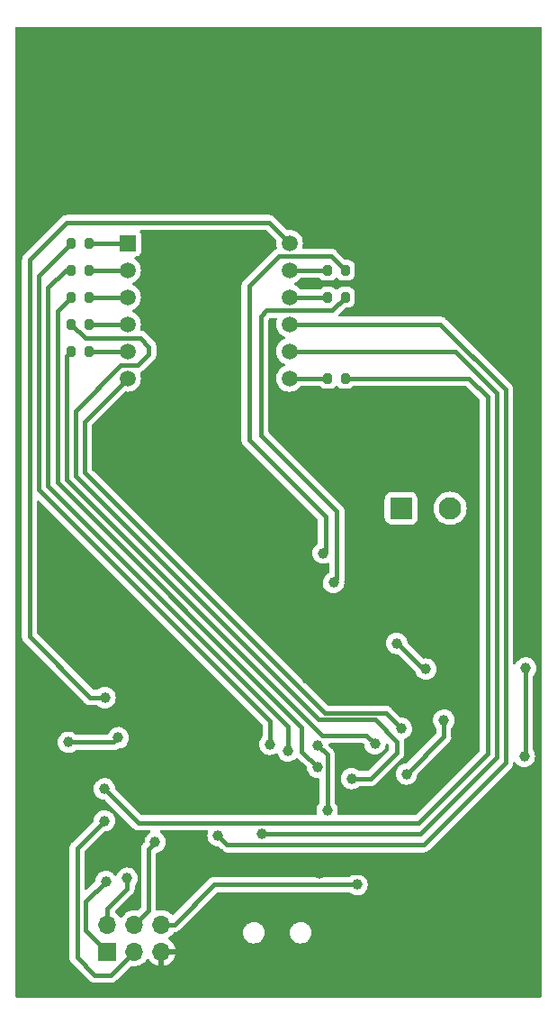
<source format=gbl>
%TF.GenerationSoftware,KiCad,Pcbnew,6.0.6*%
%TF.CreationDate,2022-07-20T10:20:16+02:00*%
%TF.ProjectId,H_vfTimer,48e47666-5469-46d6-9572-2e6b69636164,rev?*%
%TF.SameCoordinates,Original*%
%TF.FileFunction,Copper,L2,Bot*%
%TF.FilePolarity,Positive*%
%FSLAX46Y46*%
G04 Gerber Fmt 4.6, Leading zero omitted, Abs format (unit mm)*
G04 Created by KiCad (PCBNEW 6.0.6) date 2022-07-20 10:20:16*
%MOMM*%
%LPD*%
G01*
G04 APERTURE LIST*
G04 Aperture macros list*
%AMRoundRect*
0 Rectangle with rounded corners*
0 $1 Rounding radius*
0 $2 $3 $4 $5 $6 $7 $8 $9 X,Y pos of 4 corners*
0 Add a 4 corners polygon primitive as box body*
4,1,4,$2,$3,$4,$5,$6,$7,$8,$9,$2,$3,0*
0 Add four circle primitives for the rounded corners*
1,1,$1+$1,$2,$3*
1,1,$1+$1,$4,$5*
1,1,$1+$1,$6,$7*
1,1,$1+$1,$8,$9*
0 Add four rect primitives between the rounded corners*
20,1,$1+$1,$2,$3,$4,$5,0*
20,1,$1+$1,$4,$5,$6,$7,0*
20,1,$1+$1,$6,$7,$8,$9,0*
20,1,$1+$1,$8,$9,$2,$3,0*%
G04 Aperture macros list end*
%TA.AperFunction,ComponentPad*%
%ADD10R,1.500000X1.500000*%
%TD*%
%TA.AperFunction,ComponentPad*%
%ADD11C,1.500000*%
%TD*%
%TA.AperFunction,ComponentPad*%
%ADD12R,1.700000X1.700000*%
%TD*%
%TA.AperFunction,ComponentPad*%
%ADD13O,1.700000X1.700000*%
%TD*%
%TA.AperFunction,ComponentPad*%
%ADD14RoundRect,0.250001X-0.799999X-0.799999X0.799999X-0.799999X0.799999X0.799999X-0.799999X0.799999X0*%
%TD*%
%TA.AperFunction,ComponentPad*%
%ADD15C,2.100000*%
%TD*%
%TA.AperFunction,SMDPad,CuDef*%
%ADD16RoundRect,0.200000X0.200000X0.275000X-0.200000X0.275000X-0.200000X-0.275000X0.200000X-0.275000X0*%
%TD*%
%TA.AperFunction,ViaPad*%
%ADD17C,1.000000*%
%TD*%
%TA.AperFunction,Conductor*%
%ADD18C,0.400000*%
%TD*%
%TA.AperFunction,Conductor*%
%ADD19C,0.250000*%
%TD*%
G04 APERTURE END LIST*
D10*
X107838500Y-67310000D03*
D11*
X107838500Y-69850000D03*
X107838500Y-72390000D03*
X107838500Y-74930000D03*
X107838500Y-77470000D03*
X107838500Y-80010000D03*
X123078500Y-80010000D03*
X123078500Y-77470000D03*
X123078500Y-74930000D03*
X123078500Y-72390000D03*
X123078500Y-69850000D03*
X123078500Y-67310000D03*
D12*
X105933000Y-133863000D03*
D13*
X105933000Y-131323000D03*
X108473000Y-133863000D03*
X108473000Y-131323000D03*
X111013000Y-133863000D03*
X111013000Y-131323000D03*
D14*
X133585000Y-92230000D03*
D15*
X138185000Y-92230000D03*
D16*
X128310000Y-72395000D03*
X126660000Y-72395000D03*
X128310000Y-69855000D03*
X126660000Y-69855000D03*
X104210000Y-67310000D03*
X102560000Y-67310000D03*
X104210000Y-72390000D03*
X102560000Y-72390000D03*
X104210000Y-74930000D03*
X102560000Y-74930000D03*
X128335000Y-80010000D03*
X126685000Y-80010000D03*
X104210000Y-69850000D03*
X102560000Y-69850000D03*
X104210000Y-77470000D03*
X102560000Y-77470000D03*
D17*
X124685000Y-108205000D03*
X140285000Y-112380000D03*
X125860000Y-126505000D03*
X133785000Y-133380000D03*
X112885000Y-123630000D03*
X137885000Y-108905000D03*
X129960000Y-106655000D03*
X143885000Y-122630000D03*
X116485000Y-124680000D03*
X125760000Y-114505000D03*
X126610000Y-120605000D03*
X129410000Y-127580000D03*
X145160000Y-115505000D03*
X133160000Y-104905000D03*
X145285000Y-107230000D03*
X135910000Y-107330000D03*
X107785000Y-126980000D03*
X110435000Y-123580000D03*
X105660000Y-121580000D03*
X120510000Y-122780000D03*
X116360000Y-122980000D03*
X105710000Y-110005000D03*
X133585000Y-112905000D03*
X102260000Y-114205000D03*
X106960000Y-113780000D03*
X126235000Y-96430000D03*
X127210000Y-99205000D03*
X105660000Y-118580000D03*
X121223957Y-114391043D03*
X122935000Y-115005000D03*
X125710500Y-116530000D03*
X128910000Y-117605000D03*
X131110000Y-114355000D03*
X105785000Y-127280000D03*
X137585000Y-112130000D03*
X134085000Y-117180000D03*
D18*
X131185000Y-106655000D02*
X129960000Y-106655000D01*
X133785000Y-133380000D02*
X133810000Y-133355000D01*
X115685000Y-126430000D02*
X112885000Y-123630000D01*
X133810000Y-128305000D02*
X131935000Y-126430000D01*
X137885000Y-108905000D02*
X133435000Y-108905000D01*
X126235000Y-106655000D02*
X124685000Y-108205000D01*
X125785000Y-126430000D02*
X115685000Y-126430000D01*
X129960000Y-106655000D02*
X126235000Y-106655000D01*
X131935000Y-126430000D02*
X125935000Y-126430000D01*
X125935000Y-126430000D02*
X125860000Y-126505000D01*
X125860000Y-126505000D02*
X125785000Y-126430000D01*
X133435000Y-108905000D02*
X131185000Y-106655000D01*
X133810000Y-133355000D02*
X133810000Y-128305000D01*
X112222000Y-131323000D02*
X115965000Y-127580000D01*
X126610000Y-115355000D02*
X125760000Y-114505000D01*
X115965000Y-127580000D02*
X129410000Y-127580000D01*
X126610000Y-120605000D02*
X126610000Y-115355000D01*
X111013000Y-131323000D02*
X112222000Y-131323000D01*
X133235000Y-104905000D02*
X135660000Y-107330000D01*
X133160000Y-104905000D02*
X133235000Y-104905000D01*
X145285000Y-115380000D02*
X145285000Y-107230000D01*
D19*
X135910000Y-107330000D02*
X135660000Y-107330000D01*
D18*
X145160000Y-115505000D02*
X145285000Y-115380000D01*
X107785000Y-127955000D02*
X105933000Y-129807000D01*
X107785000Y-126980000D02*
X107785000Y-127955000D01*
X105933000Y-129807000D02*
X105933000Y-131323000D01*
X109810000Y-124205000D02*
X109810000Y-129986000D01*
X109810000Y-129986000D02*
X108473000Y-131323000D01*
X110435000Y-123580000D02*
X109810000Y-124205000D01*
X103085000Y-124155000D02*
X105660000Y-121580000D01*
X103085000Y-134430000D02*
X103085000Y-124155000D01*
X108473000Y-133863000D02*
X106281000Y-136055000D01*
X106281000Y-136055000D02*
X104710000Y-136055000D01*
X104710000Y-136055000D02*
X103085000Y-134430000D01*
X142560000Y-115605000D02*
X142560000Y-81380000D01*
X142560000Y-81380000D02*
X138650000Y-77470000D01*
X120510000Y-122780000D02*
X135385000Y-122780000D01*
X138650000Y-77470000D02*
X123078500Y-77470000D01*
X135385000Y-122780000D02*
X142560000Y-115605000D01*
X135685000Y-123830000D02*
X143410000Y-116105000D01*
X143410000Y-81080000D02*
X137260000Y-74930000D01*
X117210000Y-123830000D02*
X135685000Y-123830000D01*
X116360000Y-122980000D02*
X117210000Y-123830000D01*
X143410000Y-116105000D02*
X143410000Y-81080000D01*
X137260000Y-74930000D02*
X123078500Y-74930000D01*
X102110000Y-65380000D02*
X121148500Y-65380000D01*
X105710000Y-110005000D02*
X104328836Y-110005000D01*
X98610000Y-104286164D02*
X98610000Y-68880000D01*
X104328836Y-110005000D02*
X98610000Y-104286164D01*
X98610000Y-68880000D02*
X102110000Y-65380000D01*
X121148500Y-65380000D02*
X123078500Y-67310000D01*
X126385000Y-111480000D02*
X103760000Y-88855000D01*
X132160000Y-111480000D02*
X126385000Y-111480000D01*
X103760000Y-84088500D02*
X107838500Y-80010000D01*
X103760000Y-88855000D02*
X103760000Y-84088500D01*
X133585000Y-112905000D02*
X132160000Y-111480000D01*
X106535000Y-114205000D02*
X102260000Y-114205000D01*
X126460000Y-92980000D02*
X119260000Y-85780000D01*
X106960000Y-113780000D02*
X106535000Y-114205000D01*
X119260000Y-85780000D02*
X119260000Y-71355000D01*
X126460000Y-96205000D02*
X126460000Y-92980000D01*
X126235000Y-96430000D02*
X126460000Y-96205000D01*
X122060000Y-68555000D02*
X127010000Y-68555000D01*
X119260000Y-71355000D02*
X122060000Y-68555000D01*
X127010000Y-68555000D02*
X128310000Y-69855000D01*
X127075000Y-73630000D02*
X120934000Y-73630000D01*
X127535000Y-92530000D02*
X127535000Y-98880000D01*
X120934000Y-73630000D02*
X120396000Y-74168000D01*
X127535000Y-98880000D02*
X127210000Y-99205000D01*
X128310000Y-72395000D02*
X127075000Y-73630000D01*
X120396000Y-74168000D02*
X120396000Y-85391000D01*
X120396000Y-85391000D02*
X127535000Y-92530000D01*
X135235000Y-121755000D02*
X108835000Y-121755000D01*
X141685000Y-115305000D02*
X135235000Y-121755000D01*
X141685000Y-81730000D02*
X141685000Y-115305000D01*
X128335000Y-80010000D02*
X139965000Y-80010000D01*
X139965000Y-80010000D02*
X141685000Y-81730000D01*
X108835000Y-121755000D02*
X105660000Y-118580000D01*
X121223957Y-114391043D02*
X121223957Y-112218957D01*
X99485000Y-70385000D02*
X102560000Y-67310000D01*
X121223957Y-112218957D02*
X99485000Y-90480000D01*
X99485000Y-90480000D02*
X99485000Y-70385000D01*
X102040000Y-69850000D02*
X102560000Y-69850000D01*
X122935000Y-115005000D02*
X122935000Y-112730000D01*
X122935000Y-112730000D02*
X100360000Y-90155000D01*
X100360000Y-90155000D02*
X100360000Y-71530000D01*
X100360000Y-71530000D02*
X102040000Y-69850000D01*
X101260000Y-73690000D02*
X102560000Y-72390000D01*
X124235000Y-115054500D02*
X124235000Y-112773550D01*
X101260000Y-89798550D02*
X101260000Y-73690000D01*
X124235000Y-112773550D02*
X101260000Y-89798550D01*
X125710500Y-116530000D02*
X124235000Y-115054500D01*
X102560000Y-74930000D02*
X103860000Y-76230000D01*
X109010000Y-76230000D02*
X109835000Y-77055000D01*
X109835000Y-77055000D02*
X109835000Y-77730000D01*
X109835000Y-77730000D02*
X108785000Y-78780000D01*
X133160000Y-115180000D02*
X130735000Y-117605000D01*
X125809520Y-112079520D02*
X131109520Y-112079520D01*
X131109520Y-112079520D02*
X133160000Y-114130000D01*
X103860000Y-76230000D02*
X109010000Y-76230000D01*
X108785000Y-78780000D02*
X107201867Y-78780000D01*
X130735000Y-117605000D02*
X128910000Y-117605000D01*
X102910000Y-89180000D02*
X125809520Y-112079520D01*
X102910000Y-83071867D02*
X102910000Y-89180000D01*
X107201867Y-78780000D02*
X102910000Y-83071867D01*
X133160000Y-114130000D02*
X133160000Y-115180000D01*
X126135000Y-113580000D02*
X102085000Y-89530000D01*
X130335000Y-113580000D02*
X126135000Y-113580000D01*
X131110000Y-114355000D02*
X130335000Y-113580000D01*
X102085000Y-89530000D02*
X102085000Y-77945000D01*
X102085000Y-77945000D02*
X102560000Y-77470000D01*
X103909520Y-129155480D02*
X103909520Y-131839520D01*
X137585000Y-112130000D02*
X137585000Y-113680000D01*
X103909520Y-131839520D02*
X105933000Y-133863000D01*
X137585000Y-113680000D02*
X134085000Y-117180000D01*
X105785000Y-127280000D02*
X103909520Y-129155480D01*
X104210000Y-77470000D02*
X107838500Y-77470000D01*
X104210000Y-74930000D02*
X107838500Y-74930000D01*
X104210000Y-72390000D02*
X107838500Y-72390000D01*
X123083500Y-69855000D02*
X123078500Y-69850000D01*
X126660000Y-69855000D02*
X123083500Y-69855000D01*
X104210000Y-69850000D02*
X107838500Y-69850000D01*
X126655000Y-72390000D02*
X126660000Y-72395000D01*
X123078500Y-72390000D02*
X126655000Y-72390000D01*
X126685000Y-80010000D02*
X123078500Y-80010000D01*
X104210000Y-67310000D02*
X107838500Y-67310000D01*
%TA.AperFunction,Conductor*%
G36*
X146753621Y-47010502D02*
G01*
X146800114Y-47064158D01*
X146811500Y-47116500D01*
X146811500Y-138049500D01*
X146791498Y-138117621D01*
X146737842Y-138164114D01*
X146685500Y-138175500D01*
X97408500Y-138175500D01*
X97340379Y-138155498D01*
X97293886Y-138101842D01*
X97282500Y-138049500D01*
X97282500Y-114190851D01*
X101246719Y-114190851D01*
X101247235Y-114196995D01*
X101261827Y-114370769D01*
X101263268Y-114387934D01*
X101264967Y-114393858D01*
X101307979Y-114543858D01*
X101317783Y-114578050D01*
X101408187Y-114753956D01*
X101531035Y-114908953D01*
X101535728Y-114912947D01*
X101535729Y-114912948D01*
X101582155Y-114952459D01*
X101681650Y-115037136D01*
X101854294Y-115133624D01*
X102042392Y-115194740D01*
X102238777Y-115218158D01*
X102244912Y-115217686D01*
X102244914Y-115217686D01*
X102429830Y-115203457D01*
X102429834Y-115203456D01*
X102435972Y-115202984D01*
X102626463Y-115149798D01*
X102631967Y-115147018D01*
X102631969Y-115147017D01*
X102797495Y-115063404D01*
X102797497Y-115063403D01*
X102802996Y-115060625D01*
X102957119Y-114940211D01*
X103023113Y-114914033D01*
X103034692Y-114913500D01*
X106506088Y-114913500D01*
X106514658Y-114913792D01*
X106564776Y-114917209D01*
X106564780Y-114917209D01*
X106572352Y-114917725D01*
X106579829Y-114916420D01*
X106579830Y-114916420D01*
X106606308Y-114911799D01*
X106635303Y-114906738D01*
X106641821Y-114905777D01*
X106705242Y-114898102D01*
X106712343Y-114895419D01*
X106714952Y-114894778D01*
X106731262Y-114890315D01*
X106733798Y-114889550D01*
X106741284Y-114888243D01*
X106799800Y-114862556D01*
X106805904Y-114860065D01*
X106858548Y-114840173D01*
X106858549Y-114840172D01*
X106865656Y-114837487D01*
X106871919Y-114833183D01*
X106874285Y-114831946D01*
X106889106Y-114823697D01*
X106891359Y-114822364D01*
X106898305Y-114819315D01*
X106904327Y-114814694D01*
X106910865Y-114810827D01*
X106911959Y-114812676D01*
X106969012Y-114790831D01*
X107047868Y-114784764D01*
X107129830Y-114778457D01*
X107129834Y-114778456D01*
X107135972Y-114777984D01*
X107326463Y-114724798D01*
X107331967Y-114722018D01*
X107331969Y-114722017D01*
X107497495Y-114638404D01*
X107497497Y-114638403D01*
X107502996Y-114635625D01*
X107658847Y-114513861D01*
X107772845Y-114381793D01*
X107784049Y-114368813D01*
X107784050Y-114368811D01*
X107788078Y-114364145D01*
X107885769Y-114192179D01*
X107948197Y-114004513D01*
X107972985Y-113808295D01*
X107973380Y-113780000D01*
X107954080Y-113583167D01*
X107896916Y-113393831D01*
X107804066Y-113219204D01*
X107686995Y-113075661D01*
X107682960Y-113070713D01*
X107682957Y-113070710D01*
X107679065Y-113065938D01*
X107672724Y-113060692D01*
X107531425Y-112943799D01*
X107531421Y-112943797D01*
X107526675Y-112939870D01*
X107352701Y-112845802D01*
X107163768Y-112787318D01*
X107157643Y-112786674D01*
X107157642Y-112786674D01*
X106973204Y-112767289D01*
X106973202Y-112767289D01*
X106967075Y-112766645D01*
X106884576Y-112774153D01*
X106776251Y-112784011D01*
X106776248Y-112784012D01*
X106770112Y-112784570D01*
X106764206Y-112786308D01*
X106764202Y-112786309D01*
X106659219Y-112817207D01*
X106580381Y-112840410D01*
X106574923Y-112843263D01*
X106574919Y-112843265D01*
X106504752Y-112879948D01*
X106405110Y-112932040D01*
X106250975Y-113055968D01*
X106123846Y-113207474D01*
X106120879Y-113212872D01*
X106120875Y-113212877D01*
X106060587Y-113322542D01*
X106028567Y-113380787D01*
X106026704Y-113386660D01*
X106019745Y-113408598D01*
X105980082Y-113467482D01*
X105914880Y-113495575D01*
X105899643Y-113496500D01*
X103031151Y-113496500D01*
X102963030Y-113476498D01*
X102950836Y-113467585D01*
X102950712Y-113467482D01*
X102861683Y-113393831D01*
X102831425Y-113368799D01*
X102831421Y-113368797D01*
X102826675Y-113364870D01*
X102652701Y-113270802D01*
X102463768Y-113212318D01*
X102457643Y-113211674D01*
X102457642Y-113211674D01*
X102273204Y-113192289D01*
X102273202Y-113192289D01*
X102267075Y-113191645D01*
X102184576Y-113199153D01*
X102076251Y-113209011D01*
X102076248Y-113209012D01*
X102070112Y-113209570D01*
X102064206Y-113211308D01*
X102064202Y-113211309D01*
X101959076Y-113242249D01*
X101880381Y-113265410D01*
X101874923Y-113268263D01*
X101874919Y-113268265D01*
X101792552Y-113311326D01*
X101705110Y-113357040D01*
X101550975Y-113480968D01*
X101423846Y-113632474D01*
X101420879Y-113637872D01*
X101420875Y-113637877D01*
X101373082Y-113724814D01*
X101328567Y-113805787D01*
X101326706Y-113811654D01*
X101326705Y-113811656D01*
X101293183Y-113917330D01*
X101268765Y-113994306D01*
X101246719Y-114190851D01*
X97282500Y-114190851D01*
X97282500Y-104323516D01*
X97897275Y-104323516D01*
X97898580Y-104330993D01*
X97898580Y-104330994D01*
X97908261Y-104386463D01*
X97909223Y-104392985D01*
X97916898Y-104456406D01*
X97919581Y-104463507D01*
X97920222Y-104466116D01*
X97924681Y-104482413D01*
X97925451Y-104484962D01*
X97926757Y-104492448D01*
X97940929Y-104524731D01*
X97952442Y-104550959D01*
X97954933Y-104557063D01*
X97977513Y-104616820D01*
X97981817Y-104623083D01*
X97983054Y-104625449D01*
X97991299Y-104640261D01*
X97992632Y-104642515D01*
X97995685Y-104649469D01*
X98030091Y-104694306D01*
X98034579Y-104700155D01*
X98038459Y-104705496D01*
X98070339Y-104751884D01*
X98070344Y-104751889D01*
X98074643Y-104758145D01*
X98080313Y-104763196D01*
X98080314Y-104763198D01*
X98121170Y-104799599D01*
X98126446Y-104804580D01*
X103807393Y-110485528D01*
X103813247Y-110491793D01*
X103851275Y-110535385D01*
X103903565Y-110572136D01*
X103908807Y-110576028D01*
X103959118Y-110615476D01*
X103966037Y-110618600D01*
X103968329Y-110619988D01*
X103983001Y-110628357D01*
X103985361Y-110629622D01*
X103991575Y-110633990D01*
X103998654Y-110636750D01*
X103998656Y-110636751D01*
X104051111Y-110657202D01*
X104057180Y-110659753D01*
X104115409Y-110686045D01*
X104122882Y-110687430D01*
X104125448Y-110688234D01*
X104141671Y-110692855D01*
X104144263Y-110693520D01*
X104151345Y-110696282D01*
X104158880Y-110697274D01*
X104214697Y-110704622D01*
X104221213Y-110705654D01*
X104259606Y-110712770D01*
X104284022Y-110717295D01*
X104291602Y-110716858D01*
X104291603Y-110716858D01*
X104346216Y-110713709D01*
X104353469Y-110713500D01*
X104940019Y-110713500D01*
X105008140Y-110733502D01*
X105021682Y-110743546D01*
X105090462Y-110802082D01*
X105131650Y-110837136D01*
X105304294Y-110933624D01*
X105492392Y-110994740D01*
X105688777Y-111018158D01*
X105694912Y-111017686D01*
X105694914Y-111017686D01*
X105879830Y-111003457D01*
X105879834Y-111003456D01*
X105885972Y-111002984D01*
X106076463Y-110949798D01*
X106081967Y-110947018D01*
X106081969Y-110947017D01*
X106247495Y-110863404D01*
X106247497Y-110863403D01*
X106252996Y-110860625D01*
X106392672Y-110751498D01*
X106403991Y-110742655D01*
X106408847Y-110738861D01*
X106538078Y-110589145D01*
X106635769Y-110417179D01*
X106698197Y-110229513D01*
X106722985Y-110033295D01*
X106723380Y-110005000D01*
X106704080Y-109808167D01*
X106646916Y-109618831D01*
X106554066Y-109444204D01*
X106483709Y-109357938D01*
X106432960Y-109295713D01*
X106432957Y-109295710D01*
X106429065Y-109290938D01*
X106424316Y-109287009D01*
X106281425Y-109168799D01*
X106281421Y-109168797D01*
X106276675Y-109164870D01*
X106102701Y-109070802D01*
X105913768Y-109012318D01*
X105907643Y-109011674D01*
X105907642Y-109011674D01*
X105723204Y-108992289D01*
X105723202Y-108992289D01*
X105717075Y-108991645D01*
X105634576Y-108999153D01*
X105526251Y-109009011D01*
X105526248Y-109009012D01*
X105520112Y-109009570D01*
X105514206Y-109011308D01*
X105514202Y-109011309D01*
X105409076Y-109042249D01*
X105330381Y-109065410D01*
X105324923Y-109068263D01*
X105324919Y-109068265D01*
X105234147Y-109115720D01*
X105155110Y-109157040D01*
X105016236Y-109268698D01*
X104950616Y-109295793D01*
X104937286Y-109296500D01*
X104674496Y-109296500D01*
X104606375Y-109276498D01*
X104585401Y-109259595D01*
X99355405Y-104029599D01*
X99321379Y-103967287D01*
X99318500Y-103940504D01*
X99318500Y-91619660D01*
X99338502Y-91551539D01*
X99392158Y-91505046D01*
X99462432Y-91494942D01*
X99527012Y-91524436D01*
X99533595Y-91530565D01*
X120478552Y-112475522D01*
X120512578Y-112537834D01*
X120515457Y-112564617D01*
X120515457Y-113620526D01*
X120495455Y-113688647D01*
X120485978Y-113701516D01*
X120387803Y-113818517D01*
X120384836Y-113823915D01*
X120384832Y-113823920D01*
X120356764Y-113874977D01*
X120292524Y-113991830D01*
X120290663Y-113997697D01*
X120290662Y-113997699D01*
X120234584Y-114174479D01*
X120232722Y-114180349D01*
X120210676Y-114376894D01*
X120214429Y-114421589D01*
X120222496Y-114517655D01*
X120227225Y-114573977D01*
X120240329Y-114619675D01*
X120272978Y-114733535D01*
X120281740Y-114764093D01*
X120305758Y-114810827D01*
X120368277Y-114932474D01*
X120372144Y-114939999D01*
X120494992Y-115094996D01*
X120499685Y-115098990D01*
X120499686Y-115098991D01*
X120622434Y-115203457D01*
X120645607Y-115223179D01*
X120818251Y-115319667D01*
X121006349Y-115380783D01*
X121202734Y-115404201D01*
X121208869Y-115403729D01*
X121208871Y-115403729D01*
X121393787Y-115389500D01*
X121393791Y-115389499D01*
X121399929Y-115389027D01*
X121590420Y-115335841D01*
X121595924Y-115333061D01*
X121595926Y-115333060D01*
X121761452Y-115249447D01*
X121761454Y-115249446D01*
X121766953Y-115246668D01*
X121773475Y-115241572D01*
X121774500Y-115241166D01*
X121777010Y-115239573D01*
X121777313Y-115240050D01*
X121839472Y-115215398D01*
X121909141Y-115229060D01*
X121960365Y-115278219D01*
X121972162Y-115306136D01*
X121989947Y-115368158D01*
X121992783Y-115378050D01*
X121998668Y-115389500D01*
X122072569Y-115533295D01*
X122083187Y-115553956D01*
X122206035Y-115708953D01*
X122356650Y-115837136D01*
X122529294Y-115933624D01*
X122717392Y-115994740D01*
X122913777Y-116018158D01*
X122919912Y-116017686D01*
X122919914Y-116017686D01*
X123104830Y-116003457D01*
X123104834Y-116003456D01*
X123110972Y-116002984D01*
X123301463Y-115949798D01*
X123306967Y-115947018D01*
X123306969Y-115947017D01*
X123472495Y-115863404D01*
X123472497Y-115863403D01*
X123477996Y-115860625D01*
X123633847Y-115738861D01*
X123676609Y-115689320D01*
X123736261Y-115650823D01*
X123807257Y-115650687D01*
X123861086Y-115682556D01*
X124267674Y-116089145D01*
X124664875Y-116486346D01*
X124698900Y-116548658D01*
X124701337Y-116564898D01*
X124704516Y-116602747D01*
X124713768Y-116712934D01*
X124736406Y-116791881D01*
X124766405Y-116896500D01*
X124768283Y-116903050D01*
X124858687Y-117078956D01*
X124981535Y-117233953D01*
X125132150Y-117362136D01*
X125304794Y-117458624D01*
X125492892Y-117519740D01*
X125689277Y-117543158D01*
X125695412Y-117542686D01*
X125695414Y-117542686D01*
X125748740Y-117538582D01*
X125765833Y-117537267D01*
X125835287Y-117551984D01*
X125885760Y-117601914D01*
X125901500Y-117662896D01*
X125901500Y-119834483D01*
X125881498Y-119902604D01*
X125872021Y-119915473D01*
X125773846Y-120032474D01*
X125770879Y-120037872D01*
X125770875Y-120037877D01*
X125767397Y-120044204D01*
X125678567Y-120205787D01*
X125676706Y-120211654D01*
X125676705Y-120211656D01*
X125620627Y-120388436D01*
X125618765Y-120394306D01*
X125599434Y-120566645D01*
X125597424Y-120584570D01*
X125596719Y-120590851D01*
X125597235Y-120596995D01*
X125608575Y-120732040D01*
X125613268Y-120787934D01*
X125634131Y-120860692D01*
X125641322Y-120885770D01*
X125640871Y-120956765D01*
X125602109Y-121016246D01*
X125537343Y-121045329D01*
X125520203Y-121046500D01*
X109180660Y-121046500D01*
X109112539Y-121026498D01*
X109091565Y-121009595D01*
X106706522Y-118624552D01*
X106672496Y-118562240D01*
X106670218Y-118547753D01*
X106661675Y-118460625D01*
X106654080Y-118383167D01*
X106596916Y-118193831D01*
X106504066Y-118019204D01*
X106433709Y-117932938D01*
X106382960Y-117870713D01*
X106382957Y-117870710D01*
X106379065Y-117865938D01*
X106372724Y-117860692D01*
X106231425Y-117743799D01*
X106231421Y-117743797D01*
X106226675Y-117739870D01*
X106052701Y-117645802D01*
X105863768Y-117587318D01*
X105857643Y-117586674D01*
X105857642Y-117586674D01*
X105673204Y-117567289D01*
X105673202Y-117567289D01*
X105667075Y-117566645D01*
X105584576Y-117574153D01*
X105476251Y-117584011D01*
X105476248Y-117584012D01*
X105470112Y-117584570D01*
X105464206Y-117586308D01*
X105464202Y-117586309D01*
X105411181Y-117601914D01*
X105280381Y-117640410D01*
X105274923Y-117643263D01*
X105274919Y-117643265D01*
X105184147Y-117690720D01*
X105105110Y-117732040D01*
X104950975Y-117855968D01*
X104823846Y-118007474D01*
X104820879Y-118012872D01*
X104820875Y-118012877D01*
X104767192Y-118110528D01*
X104728567Y-118180787D01*
X104726706Y-118186654D01*
X104726705Y-118186656D01*
X104670627Y-118363436D01*
X104668765Y-118369306D01*
X104646719Y-118565851D01*
X104663268Y-118762934D01*
X104717783Y-118953050D01*
X104808187Y-119128956D01*
X104931035Y-119283953D01*
X105081650Y-119412136D01*
X105254294Y-119508624D01*
X105442392Y-119569740D01*
X105619355Y-119590842D01*
X105632253Y-119592380D01*
X105697526Y-119620308D01*
X105706429Y-119628399D01*
X108313550Y-122235520D01*
X108319404Y-122241785D01*
X108357439Y-122285385D01*
X108363653Y-122289752D01*
X108409719Y-122322128D01*
X108415014Y-122326061D01*
X108465282Y-122365476D01*
X108472198Y-122368599D01*
X108474484Y-122369983D01*
X108489165Y-122378357D01*
X108491525Y-122379622D01*
X108497739Y-122383990D01*
X108504818Y-122386750D01*
X108504820Y-122386751D01*
X108557275Y-122407202D01*
X108563344Y-122409753D01*
X108621573Y-122436045D01*
X108629046Y-122437430D01*
X108631612Y-122438234D01*
X108647835Y-122442855D01*
X108650427Y-122443520D01*
X108657509Y-122446282D01*
X108665044Y-122447274D01*
X108720861Y-122454622D01*
X108727377Y-122455654D01*
X108765770Y-122462770D01*
X108790186Y-122467295D01*
X108797766Y-122466858D01*
X108797767Y-122466858D01*
X108852380Y-122463709D01*
X108859633Y-122463500D01*
X109880798Y-122463500D01*
X109948919Y-122483502D01*
X109995412Y-122537158D01*
X110005516Y-122607432D01*
X109976022Y-122672012D01*
X109939173Y-122701162D01*
X109885572Y-122729184D01*
X109885568Y-122729187D01*
X109880110Y-122732040D01*
X109725975Y-122855968D01*
X109598846Y-123007474D01*
X109595879Y-123012872D01*
X109595875Y-123012877D01*
X109548649Y-123098782D01*
X109503567Y-123180787D01*
X109501706Y-123186654D01*
X109501705Y-123186656D01*
X109450802Y-123347123D01*
X109443765Y-123369306D01*
X109425316Y-123533783D01*
X109423421Y-123550679D01*
X109395950Y-123616146D01*
X109387301Y-123625729D01*
X109329480Y-123683550D01*
X109323215Y-123689404D01*
X109279615Y-123727439D01*
X109275248Y-123733653D01*
X109242872Y-123779719D01*
X109238939Y-123785014D01*
X109199524Y-123835282D01*
X109196401Y-123842198D01*
X109195017Y-123844484D01*
X109186643Y-123859165D01*
X109185378Y-123861525D01*
X109181010Y-123867739D01*
X109178250Y-123874818D01*
X109178249Y-123874820D01*
X109157798Y-123927275D01*
X109155247Y-123933344D01*
X109128955Y-123991573D01*
X109127571Y-123999040D01*
X109126770Y-124001595D01*
X109122141Y-124017848D01*
X109121478Y-124020428D01*
X109118718Y-124027509D01*
X109117727Y-124035040D01*
X109117726Y-124035042D01*
X109110379Y-124090852D01*
X109109348Y-124097359D01*
X109097704Y-124160186D01*
X109098141Y-124167766D01*
X109098141Y-124167767D01*
X109101291Y-124222392D01*
X109101500Y-124229646D01*
X109101500Y-129640338D01*
X109081498Y-129708459D01*
X109064596Y-129729433D01*
X108840316Y-129953714D01*
X108778004Y-129987739D01*
X108729125Y-129988666D01*
X108685912Y-129980969D01*
X108606372Y-129966800D01*
X108606368Y-129966800D01*
X108601284Y-129965894D01*
X108526226Y-129964977D01*
X108383081Y-129963228D01*
X108383079Y-129963228D01*
X108377911Y-129963165D01*
X108157091Y-129996955D01*
X107944756Y-130066357D01*
X107746607Y-130169507D01*
X107742474Y-130172610D01*
X107742471Y-130172612D01*
X107718247Y-130190800D01*
X107567965Y-130303635D01*
X107413629Y-130465138D01*
X107306201Y-130622621D01*
X107251293Y-130667621D01*
X107180768Y-130675792D01*
X107117021Y-130644538D01*
X107096324Y-130620054D01*
X107015822Y-130495617D01*
X107015820Y-130495614D01*
X107013014Y-130491277D01*
X106862670Y-130326051D01*
X106830355Y-130300530D01*
X106724231Y-130216717D01*
X106683169Y-130158800D01*
X106679937Y-130087877D01*
X106713229Y-130028741D01*
X108265520Y-128476450D01*
X108271785Y-128470596D01*
X108309660Y-128437555D01*
X108315385Y-128432561D01*
X108352114Y-128380300D01*
X108356046Y-128375005D01*
X108390791Y-128330694D01*
X108395477Y-128324718D01*
X108398602Y-128317796D01*
X108399964Y-128315548D01*
X108408368Y-128300815D01*
X108409622Y-128298476D01*
X108413990Y-128292261D01*
X108416749Y-128285185D01*
X108416751Y-128285181D01*
X108437202Y-128232726D01*
X108439758Y-128226646D01*
X108462918Y-128175351D01*
X108466045Y-128168426D01*
X108467429Y-128160955D01*
X108468230Y-128158401D01*
X108472867Y-128142122D01*
X108473523Y-128139567D01*
X108476282Y-128132491D01*
X108484621Y-128069149D01*
X108485653Y-128062633D01*
X108495912Y-128007280D01*
X108497296Y-127999813D01*
X108493709Y-127937602D01*
X108493500Y-127930349D01*
X108493500Y-127749538D01*
X108513502Y-127681417D01*
X108524118Y-127667207D01*
X108609054Y-127568807D01*
X108609055Y-127568806D01*
X108613078Y-127564145D01*
X108710769Y-127392179D01*
X108773197Y-127204513D01*
X108797985Y-127008295D01*
X108798380Y-126980000D01*
X108779080Y-126783167D01*
X108762783Y-126729187D01*
X108740837Y-126656501D01*
X108721916Y-126593831D01*
X108629066Y-126419204D01*
X108558709Y-126332938D01*
X108507960Y-126270713D01*
X108507957Y-126270710D01*
X108504065Y-126265938D01*
X108497724Y-126260692D01*
X108356425Y-126143799D01*
X108356421Y-126143797D01*
X108351675Y-126139870D01*
X108177701Y-126045802D01*
X107988768Y-125987318D01*
X107982643Y-125986674D01*
X107982642Y-125986674D01*
X107798204Y-125967289D01*
X107798202Y-125967289D01*
X107792075Y-125966645D01*
X107709576Y-125974153D01*
X107601251Y-125984011D01*
X107601248Y-125984012D01*
X107595112Y-125984570D01*
X107589206Y-125986308D01*
X107589202Y-125986309D01*
X107484076Y-126017249D01*
X107405381Y-126040410D01*
X107399923Y-126043263D01*
X107399919Y-126043265D01*
X107309147Y-126090720D01*
X107230110Y-126132040D01*
X107075975Y-126255968D01*
X107072011Y-126260692D01*
X107063602Y-126270713D01*
X106948846Y-126407474D01*
X106945879Y-126412872D01*
X106945875Y-126412877D01*
X106867211Y-126555968D01*
X106853567Y-126580787D01*
X106851705Y-126586656D01*
X106851704Y-126586659D01*
X106829549Y-126656501D01*
X106789886Y-126715385D01*
X106724684Y-126743478D01*
X106654644Y-126731861D01*
X106611804Y-126698039D01*
X106507960Y-126570713D01*
X106507957Y-126570710D01*
X106504065Y-126565938D01*
X106497724Y-126560692D01*
X106356425Y-126443799D01*
X106356421Y-126443797D01*
X106351675Y-126439870D01*
X106177701Y-126345802D01*
X105988768Y-126287318D01*
X105982643Y-126286674D01*
X105982642Y-126286674D01*
X105798204Y-126267289D01*
X105798202Y-126267289D01*
X105792075Y-126266645D01*
X105709576Y-126274153D01*
X105601251Y-126284011D01*
X105601248Y-126284012D01*
X105595112Y-126284570D01*
X105589206Y-126286308D01*
X105589202Y-126286309D01*
X105484076Y-126317249D01*
X105405381Y-126340410D01*
X105399923Y-126343263D01*
X105399919Y-126343265D01*
X105309147Y-126390720D01*
X105230110Y-126432040D01*
X105075975Y-126555968D01*
X105072011Y-126560692D01*
X105063602Y-126570713D01*
X104948846Y-126707474D01*
X104945879Y-126712872D01*
X104945875Y-126712877D01*
X104873957Y-126843697D01*
X104853567Y-126880787D01*
X104851706Y-126886654D01*
X104851705Y-126886656D01*
X104799790Y-127050314D01*
X104793765Y-127069306D01*
X104779286Y-127198393D01*
X104773421Y-127250679D01*
X104745950Y-127316146D01*
X104737301Y-127325729D01*
X104008595Y-128054435D01*
X103946283Y-128088461D01*
X103875468Y-128083396D01*
X103818632Y-128040849D01*
X103793821Y-127974329D01*
X103793500Y-127965340D01*
X103793500Y-124500660D01*
X103813502Y-124432539D01*
X103830405Y-124411565D01*
X105616691Y-122625279D01*
X105679003Y-122591253D01*
X105696115Y-122588746D01*
X105750929Y-122584528D01*
X105829830Y-122578457D01*
X105829834Y-122578456D01*
X105835972Y-122577984D01*
X106026463Y-122524798D01*
X106031967Y-122522018D01*
X106031969Y-122522017D01*
X106197495Y-122438404D01*
X106197497Y-122438403D01*
X106202996Y-122435625D01*
X106358847Y-122313861D01*
X106488078Y-122164145D01*
X106585769Y-121992179D01*
X106648197Y-121804513D01*
X106672985Y-121608295D01*
X106673380Y-121580000D01*
X106654080Y-121383167D01*
X106596916Y-121193831D01*
X106504066Y-121019204D01*
X106395240Y-120885770D01*
X106382960Y-120870713D01*
X106382957Y-120870710D01*
X106379065Y-120865938D01*
X106372724Y-120860692D01*
X106231425Y-120743799D01*
X106231421Y-120743797D01*
X106226675Y-120739870D01*
X106052701Y-120645802D01*
X105863768Y-120587318D01*
X105857643Y-120586674D01*
X105857642Y-120586674D01*
X105673204Y-120567289D01*
X105673202Y-120567289D01*
X105667075Y-120566645D01*
X105584576Y-120574153D01*
X105476251Y-120584011D01*
X105476248Y-120584012D01*
X105470112Y-120584570D01*
X105464206Y-120586308D01*
X105464202Y-120586309D01*
X105388725Y-120608523D01*
X105280381Y-120640410D01*
X105274923Y-120643263D01*
X105274919Y-120643265D01*
X105184147Y-120690720D01*
X105105110Y-120732040D01*
X104950975Y-120855968D01*
X104823846Y-121007474D01*
X104820879Y-121012872D01*
X104820875Y-121012877D01*
X104803974Y-121043621D01*
X104728567Y-121180787D01*
X104726706Y-121186654D01*
X104726705Y-121186656D01*
X104670627Y-121363436D01*
X104668765Y-121369306D01*
X104648421Y-121550679D01*
X104620950Y-121616146D01*
X104612301Y-121625729D01*
X102604480Y-123633550D01*
X102598215Y-123639404D01*
X102554615Y-123677439D01*
X102550248Y-123683653D01*
X102517872Y-123729719D01*
X102513939Y-123735014D01*
X102474524Y-123785282D01*
X102471401Y-123792198D01*
X102470017Y-123794484D01*
X102461643Y-123809165D01*
X102460378Y-123811525D01*
X102456010Y-123817739D01*
X102453250Y-123824818D01*
X102453249Y-123824820D01*
X102432798Y-123877275D01*
X102430247Y-123883344D01*
X102403955Y-123941573D01*
X102402571Y-123949040D01*
X102401770Y-123951595D01*
X102397141Y-123967848D01*
X102396478Y-123970428D01*
X102393718Y-123977509D01*
X102392727Y-123985040D01*
X102392726Y-123985042D01*
X102390547Y-124001595D01*
X102387136Y-124027509D01*
X102385379Y-124040852D01*
X102384348Y-124047359D01*
X102372704Y-124110186D01*
X102373141Y-124117766D01*
X102373141Y-124117767D01*
X102376291Y-124172392D01*
X102376500Y-124179646D01*
X102376500Y-134401088D01*
X102376208Y-134409658D01*
X102372275Y-134467352D01*
X102379744Y-134510145D01*
X102383261Y-134530299D01*
X102384223Y-134536821D01*
X102391898Y-134600242D01*
X102394581Y-134607343D01*
X102395222Y-134609952D01*
X102399685Y-134626262D01*
X102400450Y-134628798D01*
X102401757Y-134636284D01*
X102404811Y-134643241D01*
X102427442Y-134694795D01*
X102429933Y-134700899D01*
X102452513Y-134760656D01*
X102456817Y-134766919D01*
X102458054Y-134769285D01*
X102466299Y-134784097D01*
X102467632Y-134786351D01*
X102470685Y-134793305D01*
X102506427Y-134839883D01*
X102509579Y-134843991D01*
X102513459Y-134849332D01*
X102545339Y-134895720D01*
X102545344Y-134895725D01*
X102549643Y-134901981D01*
X102555313Y-134907032D01*
X102555314Y-134907034D01*
X102596170Y-134943435D01*
X102601446Y-134948416D01*
X104188550Y-136535520D01*
X104194404Y-136541785D01*
X104232439Y-136585385D01*
X104284719Y-136622128D01*
X104290014Y-136626061D01*
X104340282Y-136665476D01*
X104347198Y-136668599D01*
X104349484Y-136669983D01*
X104364165Y-136678357D01*
X104366525Y-136679622D01*
X104372739Y-136683990D01*
X104379818Y-136686750D01*
X104379820Y-136686751D01*
X104432275Y-136707202D01*
X104438344Y-136709753D01*
X104496573Y-136736045D01*
X104504040Y-136737429D01*
X104506595Y-136738230D01*
X104522848Y-136742859D01*
X104525428Y-136743522D01*
X104532509Y-136746282D01*
X104540040Y-136747273D01*
X104540042Y-136747274D01*
X104569661Y-136751173D01*
X104595861Y-136754622D01*
X104602359Y-136755652D01*
X104665186Y-136767296D01*
X104672766Y-136766859D01*
X104672767Y-136766859D01*
X104727392Y-136763709D01*
X104734646Y-136763500D01*
X106252088Y-136763500D01*
X106260658Y-136763792D01*
X106310776Y-136767209D01*
X106310780Y-136767209D01*
X106318352Y-136767725D01*
X106325829Y-136766420D01*
X106325830Y-136766420D01*
X106352308Y-136761799D01*
X106381303Y-136756738D01*
X106387821Y-136755777D01*
X106451242Y-136748102D01*
X106458343Y-136745419D01*
X106460952Y-136744778D01*
X106477262Y-136740315D01*
X106479798Y-136739550D01*
X106487284Y-136738243D01*
X106545800Y-136712556D01*
X106551904Y-136710065D01*
X106604548Y-136690173D01*
X106604549Y-136690172D01*
X106611656Y-136687487D01*
X106617919Y-136683183D01*
X106620285Y-136681946D01*
X106635097Y-136673701D01*
X106637351Y-136672368D01*
X106644305Y-136669315D01*
X106695002Y-136630413D01*
X106700332Y-136626541D01*
X106746720Y-136594661D01*
X106746725Y-136594656D01*
X106752981Y-136590357D01*
X106794436Y-136543829D01*
X106799416Y-136538554D01*
X108105684Y-135232286D01*
X108167996Y-135198260D01*
X108219896Y-135197910D01*
X108311597Y-135216567D01*
X108316772Y-135216757D01*
X108316774Y-135216757D01*
X108529673Y-135224564D01*
X108529677Y-135224564D01*
X108534837Y-135224753D01*
X108539957Y-135224097D01*
X108539959Y-135224097D01*
X108751288Y-135197025D01*
X108751289Y-135197025D01*
X108756416Y-135196368D01*
X108761366Y-135194883D01*
X108965429Y-135133661D01*
X108965434Y-135133659D01*
X108970384Y-135132174D01*
X109170994Y-135033896D01*
X109352860Y-134904173D01*
X109511096Y-134746489D01*
X109641453Y-134565077D01*
X109642640Y-134565930D01*
X109689960Y-134522362D01*
X109759897Y-134510145D01*
X109825338Y-134537678D01*
X109853166Y-134569511D01*
X109910694Y-134663388D01*
X109916777Y-134671699D01*
X110056213Y-134832667D01*
X110063580Y-134839883D01*
X110227434Y-134975916D01*
X110235881Y-134981831D01*
X110419756Y-135089279D01*
X110429042Y-135093729D01*
X110628001Y-135169703D01*
X110637899Y-135172579D01*
X110741250Y-135193606D01*
X110755299Y-135192410D01*
X110759000Y-135182065D01*
X110759000Y-135181517D01*
X111267000Y-135181517D01*
X111271064Y-135195359D01*
X111284478Y-135197393D01*
X111291184Y-135196534D01*
X111301262Y-135194392D01*
X111505255Y-135133191D01*
X111514842Y-135129433D01*
X111706095Y-135035739D01*
X111714945Y-135030464D01*
X111888328Y-134906792D01*
X111896200Y-134900139D01*
X112047052Y-134749812D01*
X112053730Y-134741965D01*
X112178003Y-134569020D01*
X112183313Y-134560183D01*
X112277670Y-134369267D01*
X112281469Y-134359672D01*
X112343377Y-134155910D01*
X112345555Y-134145837D01*
X112346986Y-134134962D01*
X112344775Y-134120778D01*
X112331617Y-134117000D01*
X111285115Y-134117000D01*
X111269876Y-134121475D01*
X111268671Y-134122865D01*
X111267000Y-134130548D01*
X111267000Y-135181517D01*
X110759000Y-135181517D01*
X110759000Y-133735000D01*
X110779002Y-133666879D01*
X110832658Y-133620386D01*
X110885000Y-133609000D01*
X112331344Y-133609000D01*
X112344875Y-133605027D01*
X112346180Y-133595947D01*
X112304214Y-133428875D01*
X112300894Y-133419124D01*
X112215972Y-133223814D01*
X112211105Y-133214739D01*
X112095426Y-133035926D01*
X112089136Y-133027757D01*
X111945806Y-132870240D01*
X111938273Y-132863215D01*
X111771139Y-132731222D01*
X111762556Y-132725520D01*
X111725602Y-132705120D01*
X111675631Y-132654687D01*
X111660859Y-132585245D01*
X111685975Y-132518839D01*
X111713327Y-132492232D01*
X111759049Y-132459619D01*
X111892860Y-132364173D01*
X112051096Y-132206489D01*
X112136874Y-132087117D01*
X112155080Y-132072925D01*
X118706645Y-132072925D01*
X118724570Y-132269888D01*
X118726308Y-132275794D01*
X118726309Y-132275798D01*
X118751247Y-132360529D01*
X118780410Y-132459619D01*
X118783263Y-132465077D01*
X118783265Y-132465081D01*
X118819355Y-132534114D01*
X118872040Y-132634890D01*
X118995968Y-132789025D01*
X119000692Y-132792989D01*
X119007933Y-132799065D01*
X119147474Y-132916154D01*
X119152872Y-132919121D01*
X119152877Y-132919125D01*
X119236081Y-132964866D01*
X119320787Y-133011433D01*
X119326654Y-133013294D01*
X119326656Y-133013295D01*
X119397024Y-133035617D01*
X119509306Y-133071235D01*
X119663227Y-133088500D01*
X119769769Y-133088500D01*
X119772825Y-133088200D01*
X119772832Y-133088200D01*
X119831340Y-133082463D01*
X119916833Y-133074080D01*
X119922734Y-133072298D01*
X119922736Y-133072298D01*
X119996053Y-133050162D01*
X120106169Y-133016916D01*
X120280796Y-132924066D01*
X120383221Y-132840530D01*
X120429287Y-132802960D01*
X120429290Y-132802957D01*
X120434062Y-132799065D01*
X120461172Y-132766295D01*
X120556201Y-132651425D01*
X120556203Y-132651421D01*
X120560130Y-132646675D01*
X120654198Y-132472701D01*
X120712682Y-132283768D01*
X120720804Y-132206489D01*
X120732711Y-132093204D01*
X120732711Y-132093202D01*
X120733355Y-132087075D01*
X120732067Y-132072925D01*
X123106645Y-132072925D01*
X123124570Y-132269888D01*
X123126308Y-132275794D01*
X123126309Y-132275798D01*
X123151247Y-132360529D01*
X123180410Y-132459619D01*
X123183263Y-132465077D01*
X123183265Y-132465081D01*
X123219355Y-132534114D01*
X123272040Y-132634890D01*
X123395968Y-132789025D01*
X123400692Y-132792989D01*
X123407933Y-132799065D01*
X123547474Y-132916154D01*
X123552872Y-132919121D01*
X123552877Y-132919125D01*
X123636081Y-132964866D01*
X123720787Y-133011433D01*
X123726654Y-133013294D01*
X123726656Y-133013295D01*
X123797024Y-133035617D01*
X123909306Y-133071235D01*
X124063227Y-133088500D01*
X124169769Y-133088500D01*
X124172825Y-133088200D01*
X124172832Y-133088200D01*
X124231340Y-133082463D01*
X124316833Y-133074080D01*
X124322734Y-133072298D01*
X124322736Y-133072298D01*
X124396053Y-133050162D01*
X124506169Y-133016916D01*
X124680796Y-132924066D01*
X124783221Y-132840530D01*
X124829287Y-132802960D01*
X124829290Y-132802957D01*
X124834062Y-132799065D01*
X124861172Y-132766295D01*
X124956201Y-132651425D01*
X124956203Y-132651421D01*
X124960130Y-132646675D01*
X125054198Y-132472701D01*
X125112682Y-132283768D01*
X125120804Y-132206489D01*
X125132711Y-132093204D01*
X125132711Y-132093202D01*
X125133355Y-132087075D01*
X125125262Y-131998144D01*
X125115989Y-131896251D01*
X125115988Y-131896248D01*
X125115430Y-131890112D01*
X125059590Y-131700381D01*
X125049919Y-131681881D01*
X124970813Y-131530568D01*
X124967960Y-131525110D01*
X124844032Y-131370975D01*
X124837727Y-131365684D01*
X124821334Y-131351929D01*
X124692526Y-131243846D01*
X124687128Y-131240879D01*
X124687123Y-131240875D01*
X124524608Y-131151533D01*
X124524609Y-131151533D01*
X124519213Y-131148567D01*
X124513346Y-131146706D01*
X124513344Y-131146705D01*
X124336564Y-131090627D01*
X124336563Y-131090627D01*
X124330694Y-131088765D01*
X124176773Y-131071500D01*
X124070231Y-131071500D01*
X124067175Y-131071800D01*
X124067168Y-131071800D01*
X124008660Y-131077537D01*
X123923167Y-131085920D01*
X123917266Y-131087702D01*
X123917264Y-131087702D01*
X123843947Y-131109838D01*
X123733831Y-131143084D01*
X123559204Y-131235934D01*
X123472938Y-131306291D01*
X123410713Y-131357040D01*
X123410710Y-131357043D01*
X123405938Y-131360935D01*
X123402011Y-131365682D01*
X123402009Y-131365684D01*
X123283799Y-131508575D01*
X123283797Y-131508579D01*
X123279870Y-131513325D01*
X123185802Y-131687299D01*
X123127318Y-131876232D01*
X123126674Y-131882357D01*
X123126674Y-131882358D01*
X123112967Y-132012778D01*
X123106645Y-132072925D01*
X120732067Y-132072925D01*
X120725262Y-131998144D01*
X120715989Y-131896251D01*
X120715988Y-131896248D01*
X120715430Y-131890112D01*
X120659590Y-131700381D01*
X120649919Y-131681881D01*
X120570813Y-131530568D01*
X120567960Y-131525110D01*
X120444032Y-131370975D01*
X120437727Y-131365684D01*
X120421334Y-131351929D01*
X120292526Y-131243846D01*
X120287128Y-131240879D01*
X120287123Y-131240875D01*
X120124608Y-131151533D01*
X120124609Y-131151533D01*
X120119213Y-131148567D01*
X120113346Y-131146706D01*
X120113344Y-131146705D01*
X119936564Y-131090627D01*
X119936563Y-131090627D01*
X119930694Y-131088765D01*
X119776773Y-131071500D01*
X119670231Y-131071500D01*
X119667175Y-131071800D01*
X119667168Y-131071800D01*
X119608660Y-131077537D01*
X119523167Y-131085920D01*
X119517266Y-131087702D01*
X119517264Y-131087702D01*
X119443947Y-131109838D01*
X119333831Y-131143084D01*
X119159204Y-131235934D01*
X119072938Y-131306291D01*
X119010713Y-131357040D01*
X119010710Y-131357043D01*
X119005938Y-131360935D01*
X119002011Y-131365682D01*
X119002009Y-131365684D01*
X118883799Y-131508575D01*
X118883797Y-131508579D01*
X118879870Y-131513325D01*
X118785802Y-131687299D01*
X118727318Y-131876232D01*
X118726674Y-131882357D01*
X118726674Y-131882358D01*
X118712967Y-132012778D01*
X118706645Y-132072925D01*
X112155080Y-132072925D01*
X112192868Y-132043469D01*
X112247767Y-132034935D01*
X112259352Y-132035725D01*
X112266829Y-132034420D01*
X112266830Y-132034420D01*
X112293308Y-132029799D01*
X112322303Y-132024738D01*
X112328821Y-132023777D01*
X112392242Y-132016102D01*
X112399343Y-132013419D01*
X112401952Y-132012778D01*
X112418262Y-132008315D01*
X112420798Y-132007550D01*
X112428284Y-132006243D01*
X112486800Y-131980556D01*
X112492904Y-131978065D01*
X112545548Y-131958173D01*
X112545549Y-131958172D01*
X112552656Y-131955487D01*
X112558919Y-131951183D01*
X112561285Y-131949946D01*
X112576097Y-131941701D01*
X112578351Y-131940368D01*
X112585305Y-131937315D01*
X112636002Y-131898413D01*
X112641332Y-131894541D01*
X112687720Y-131862661D01*
X112687725Y-131862656D01*
X112693981Y-131858357D01*
X112735436Y-131811829D01*
X112740416Y-131806554D01*
X116221566Y-128325405D01*
X116283878Y-128291379D01*
X116310661Y-128288500D01*
X128640019Y-128288500D01*
X128708140Y-128308502D01*
X128721682Y-128318546D01*
X128831650Y-128412136D01*
X129004294Y-128508624D01*
X129192392Y-128569740D01*
X129388777Y-128593158D01*
X129394912Y-128592686D01*
X129394914Y-128592686D01*
X129579830Y-128578457D01*
X129579834Y-128578456D01*
X129585972Y-128577984D01*
X129776463Y-128524798D01*
X129781967Y-128522018D01*
X129781969Y-128522017D01*
X129947495Y-128438404D01*
X129947497Y-128438403D01*
X129952996Y-128435625D01*
X130094951Y-128324718D01*
X130103991Y-128317655D01*
X130108847Y-128313861D01*
X130209426Y-128197339D01*
X130234049Y-128168813D01*
X130234050Y-128168811D01*
X130238078Y-128164145D01*
X130335769Y-127992179D01*
X130398197Y-127804513D01*
X130422985Y-127608295D01*
X130423380Y-127580000D01*
X130404080Y-127383167D01*
X130346916Y-127193831D01*
X130254066Y-127019204D01*
X130175146Y-126922439D01*
X130132960Y-126870713D01*
X130132957Y-126870710D01*
X130129065Y-126865938D01*
X130124316Y-126862009D01*
X129981425Y-126743799D01*
X129981421Y-126743797D01*
X129976675Y-126739870D01*
X129802701Y-126645802D01*
X129613768Y-126587318D01*
X129607643Y-126586674D01*
X129607642Y-126586674D01*
X129423204Y-126567289D01*
X129423202Y-126567289D01*
X129417075Y-126566645D01*
X129334576Y-126574153D01*
X129226251Y-126584011D01*
X129226248Y-126584012D01*
X129220112Y-126584570D01*
X129214206Y-126586308D01*
X129214202Y-126586309D01*
X129109076Y-126617249D01*
X129030381Y-126640410D01*
X129024923Y-126643263D01*
X129024919Y-126643265D01*
X128934147Y-126690720D01*
X128855110Y-126732040D01*
X128716236Y-126843698D01*
X128650616Y-126870793D01*
X128637286Y-126871500D01*
X115993912Y-126871500D01*
X115985342Y-126871208D01*
X115935224Y-126867791D01*
X115935220Y-126867791D01*
X115927648Y-126867275D01*
X115920171Y-126868580D01*
X115920170Y-126868580D01*
X115907949Y-126870713D01*
X115864703Y-126878261D01*
X115858186Y-126879222D01*
X115794758Y-126886898D01*
X115787650Y-126889584D01*
X115785056Y-126890221D01*
X115768750Y-126894682D01*
X115766199Y-126895452D01*
X115758716Y-126896758D01*
X115751764Y-126899810D01*
X115751763Y-126899810D01*
X115700212Y-126922439D01*
X115694105Y-126924931D01*
X115641452Y-126944827D01*
X115634344Y-126947513D01*
X115628083Y-126951816D01*
X115625717Y-126953053D01*
X115610937Y-126961280D01*
X115608652Y-126962631D01*
X115601695Y-126965685D01*
X115595675Y-126970305D01*
X115595669Y-126970308D01*
X115564542Y-126994194D01*
X115550998Y-127004587D01*
X115545668Y-127008459D01*
X115499280Y-127040339D01*
X115499275Y-127040344D01*
X115493019Y-127044643D01*
X115487968Y-127050313D01*
X115487966Y-127050314D01*
X115451565Y-127091170D01*
X115446584Y-127096446D01*
X112166752Y-130376278D01*
X112104440Y-130410304D01*
X112033625Y-130405239D01*
X111984464Y-130371982D01*
X111942670Y-130326051D01*
X111775306Y-130193874D01*
X111771414Y-130190800D01*
X111771410Y-130190798D01*
X111767359Y-130187598D01*
X111571789Y-130079638D01*
X111566920Y-130077914D01*
X111566916Y-130077912D01*
X111366087Y-130006795D01*
X111366083Y-130006794D01*
X111361212Y-130005069D01*
X111356119Y-130004162D01*
X111356116Y-130004161D01*
X111146373Y-129966800D01*
X111146367Y-129966799D01*
X111141284Y-129965894D01*
X111066226Y-129964977D01*
X110923081Y-129963228D01*
X110923079Y-129963228D01*
X110917911Y-129963165D01*
X110697091Y-129996955D01*
X110683644Y-130001350D01*
X110612683Y-130003502D01*
X110551820Y-129966946D01*
X110520383Y-129903289D01*
X110518500Y-129881585D01*
X110518500Y-124699405D01*
X110538502Y-124631284D01*
X110592158Y-124584791D01*
X110611216Y-124578859D01*
X110610972Y-124577984D01*
X110801463Y-124524798D01*
X110806967Y-124522018D01*
X110806969Y-124522017D01*
X110972495Y-124438404D01*
X110972497Y-124438403D01*
X110977996Y-124435625D01*
X111133847Y-124313861D01*
X111252831Y-124176016D01*
X111259049Y-124168813D01*
X111259050Y-124168811D01*
X111263078Y-124164145D01*
X111360769Y-123992179D01*
X111423197Y-123804513D01*
X111447985Y-123608295D01*
X111448380Y-123580000D01*
X111429080Y-123383167D01*
X111371916Y-123193831D01*
X111279066Y-123019204D01*
X111208709Y-122932938D01*
X111157960Y-122870713D01*
X111157957Y-122870710D01*
X111154065Y-122865938D01*
X111147724Y-122860692D01*
X111006425Y-122743799D01*
X111006421Y-122743797D01*
X111001675Y-122739870D01*
X110928559Y-122700336D01*
X110878150Y-122650341D01*
X110862773Y-122581029D01*
X110887309Y-122514407D01*
X110943969Y-122471627D01*
X110988488Y-122463500D01*
X115293615Y-122463500D01*
X115361736Y-122483502D01*
X115408229Y-122537158D01*
X115418333Y-122607432D01*
X115413717Y-122627599D01*
X115379361Y-122735903D01*
X115368765Y-122769306D01*
X115346719Y-122965851D01*
X115363268Y-123162934D01*
X115417783Y-123353050D01*
X115508187Y-123528956D01*
X115631035Y-123683953D01*
X115635728Y-123687947D01*
X115635729Y-123687948D01*
X115750097Y-123785282D01*
X115781650Y-123812136D01*
X115954294Y-123908624D01*
X116142392Y-123969740D01*
X116319355Y-123990842D01*
X116332253Y-123992380D01*
X116397526Y-124020308D01*
X116406429Y-124028399D01*
X116688550Y-124310520D01*
X116694404Y-124316785D01*
X116732439Y-124360385D01*
X116738657Y-124364755D01*
X116784697Y-124397112D01*
X116789993Y-124401045D01*
X116840282Y-124440477D01*
X116847204Y-124443602D01*
X116849452Y-124444964D01*
X116864185Y-124453368D01*
X116866524Y-124454622D01*
X116872739Y-124458990D01*
X116879815Y-124461749D01*
X116879819Y-124461751D01*
X116932274Y-124482202D01*
X116938352Y-124484757D01*
X116996574Y-124511045D01*
X117004045Y-124512429D01*
X117006599Y-124513230D01*
X117022878Y-124517867D01*
X117025433Y-124518523D01*
X117032509Y-124521282D01*
X117053262Y-124524014D01*
X117095851Y-124529621D01*
X117102367Y-124530653D01*
X117155865Y-124540568D01*
X117165187Y-124542296D01*
X117172767Y-124541859D01*
X117172768Y-124541859D01*
X117227398Y-124538709D01*
X117234651Y-124538500D01*
X135656088Y-124538500D01*
X135664658Y-124538792D01*
X135714776Y-124542209D01*
X135714780Y-124542209D01*
X135722352Y-124542725D01*
X135729829Y-124541420D01*
X135729830Y-124541420D01*
X135756308Y-124536799D01*
X135785303Y-124531738D01*
X135791821Y-124530777D01*
X135855242Y-124523102D01*
X135862343Y-124520419D01*
X135864952Y-124519778D01*
X135881262Y-124515315D01*
X135883798Y-124514550D01*
X135891284Y-124513243D01*
X135949800Y-124487556D01*
X135955904Y-124485065D01*
X135956717Y-124484758D01*
X136015656Y-124462487D01*
X136021919Y-124458183D01*
X136024285Y-124456946D01*
X136039097Y-124448701D01*
X136041351Y-124447368D01*
X136048305Y-124444315D01*
X136099002Y-124405413D01*
X136104332Y-124401541D01*
X136150720Y-124369661D01*
X136150725Y-124369656D01*
X136156981Y-124365357D01*
X136198436Y-124318829D01*
X136203416Y-124313554D01*
X143890520Y-116626450D01*
X143896785Y-116620596D01*
X143911827Y-116607474D01*
X143940385Y-116582561D01*
X143977114Y-116530300D01*
X143981046Y-116525005D01*
X143986785Y-116517686D01*
X144020477Y-116474718D01*
X144023602Y-116467796D01*
X144024964Y-116465548D01*
X144033368Y-116450815D01*
X144034622Y-116448476D01*
X144038990Y-116442261D01*
X144041749Y-116435185D01*
X144041751Y-116435181D01*
X144062200Y-116382731D01*
X144064749Y-116376666D01*
X144091045Y-116318427D01*
X144092429Y-116310962D01*
X144093226Y-116308418D01*
X144097859Y-116292152D01*
X144098521Y-116289572D01*
X144101282Y-116282491D01*
X144109622Y-116219143D01*
X144110653Y-116212629D01*
X144111335Y-116208953D01*
X144121424Y-116154518D01*
X144153506Y-116091183D01*
X144214736Y-116055248D01*
X144285675Y-116058120D01*
X144344060Y-116099217D01*
X144427206Y-116204123D01*
X144427211Y-116204128D01*
X144431035Y-116208953D01*
X144435728Y-116212947D01*
X144435729Y-116212948D01*
X144567796Y-116325345D01*
X144581650Y-116337136D01*
X144754294Y-116433624D01*
X144942392Y-116494740D01*
X145138777Y-116518158D01*
X145144912Y-116517686D01*
X145144914Y-116517686D01*
X145329830Y-116503457D01*
X145329834Y-116503456D01*
X145335972Y-116502984D01*
X145526463Y-116449798D01*
X145531967Y-116447018D01*
X145531969Y-116447017D01*
X145697495Y-116363404D01*
X145697497Y-116363403D01*
X145702996Y-116360625D01*
X145858847Y-116238861D01*
X145988078Y-116089145D01*
X146085769Y-115917179D01*
X146148197Y-115729513D01*
X146172985Y-115533295D01*
X146173229Y-115515842D01*
X146173331Y-115508523D01*
X146173331Y-115508520D01*
X146173380Y-115505000D01*
X146154080Y-115308167D01*
X146149848Y-115294148D01*
X146117779Y-115187934D01*
X146096916Y-115118831D01*
X146029317Y-114991695D01*
X146008248Y-114952069D01*
X145993500Y-114892916D01*
X145993500Y-107999538D01*
X146013502Y-107931417D01*
X146024118Y-107917207D01*
X146109054Y-107818807D01*
X146109055Y-107818806D01*
X146113078Y-107814145D01*
X146210769Y-107642179D01*
X146273197Y-107454513D01*
X146297985Y-107258295D01*
X146298380Y-107230000D01*
X146279080Y-107033167D01*
X146221916Y-106843831D01*
X146129066Y-106669204D01*
X146058709Y-106582938D01*
X146007960Y-106520713D01*
X146007957Y-106520710D01*
X146004065Y-106515938D01*
X145997724Y-106510692D01*
X145856425Y-106393799D01*
X145856421Y-106393797D01*
X145851675Y-106389870D01*
X145677701Y-106295802D01*
X145488768Y-106237318D01*
X145482643Y-106236674D01*
X145482642Y-106236674D01*
X145298204Y-106217289D01*
X145298202Y-106217289D01*
X145292075Y-106216645D01*
X145209576Y-106224153D01*
X145101251Y-106234011D01*
X145101248Y-106234012D01*
X145095112Y-106234570D01*
X145089206Y-106236308D01*
X145089202Y-106236309D01*
X144984076Y-106267249D01*
X144905381Y-106290410D01*
X144899923Y-106293263D01*
X144899919Y-106293265D01*
X144848888Y-106319944D01*
X144730110Y-106382040D01*
X144575975Y-106505968D01*
X144448846Y-106657474D01*
X144445879Y-106662872D01*
X144445875Y-106662877D01*
X144354915Y-106828335D01*
X144304570Y-106878393D01*
X144235153Y-106893287D01*
X144168704Y-106868286D01*
X144126319Y-106811329D01*
X144118500Y-106767634D01*
X144118500Y-81108912D01*
X144118792Y-81100342D01*
X144122209Y-81050224D01*
X144122209Y-81050220D01*
X144122725Y-81042648D01*
X144111739Y-80979703D01*
X144110777Y-80973182D01*
X144106214Y-80935472D01*
X144103102Y-80909758D01*
X144100416Y-80902650D01*
X144099779Y-80900056D01*
X144095318Y-80883750D01*
X144094548Y-80881199D01*
X144093242Y-80873716D01*
X144090190Y-80866763D01*
X144067561Y-80815212D01*
X144065069Y-80809105D01*
X144045173Y-80756452D01*
X144045173Y-80756451D01*
X144042487Y-80749344D01*
X144038184Y-80743083D01*
X144036947Y-80740717D01*
X144028720Y-80725937D01*
X144027369Y-80723652D01*
X144024315Y-80716695D01*
X144019695Y-80710675D01*
X144019692Y-80710669D01*
X143985421Y-80666009D01*
X143981541Y-80660668D01*
X143949661Y-80614280D01*
X143949656Y-80614275D01*
X143945357Y-80608019D01*
X143898829Y-80566564D01*
X143893554Y-80561584D01*
X137781450Y-74449480D01*
X137775596Y-74443215D01*
X137748503Y-74412158D01*
X137737561Y-74399615D01*
X137685280Y-74362871D01*
X137679986Y-74358939D01*
X137635693Y-74324209D01*
X137629718Y-74319524D01*
X137622802Y-74316401D01*
X137620516Y-74315017D01*
X137605835Y-74306643D01*
X137603475Y-74305378D01*
X137597261Y-74301010D01*
X137590182Y-74298250D01*
X137590180Y-74298249D01*
X137537725Y-74277798D01*
X137531656Y-74275247D01*
X137473427Y-74248955D01*
X137465960Y-74247571D01*
X137463405Y-74246770D01*
X137447152Y-74242141D01*
X137444572Y-74241478D01*
X137437491Y-74238718D01*
X137429960Y-74237727D01*
X137429958Y-74237726D01*
X137400339Y-74233827D01*
X137374139Y-74230378D01*
X137367641Y-74229348D01*
X137304814Y-74217704D01*
X137297234Y-74218141D01*
X137297233Y-74218141D01*
X137242608Y-74221291D01*
X137235354Y-74221500D01*
X127789660Y-74221500D01*
X127721539Y-74201498D01*
X127675046Y-74147842D01*
X127664942Y-74077568D01*
X127694436Y-74012988D01*
X127700565Y-74006405D01*
X128291566Y-73415404D01*
X128353878Y-73381378D01*
X128380661Y-73378499D01*
X128566634Y-73378499D01*
X128569492Y-73378236D01*
X128569501Y-73378236D01*
X128605004Y-73374974D01*
X128640062Y-73371753D01*
X128662402Y-73364752D01*
X128796450Y-73322744D01*
X128796452Y-73322743D01*
X128803699Y-73320472D01*
X128950381Y-73231639D01*
X129071639Y-73110381D01*
X129160472Y-72963699D01*
X129165782Y-72946757D01*
X129186849Y-72879530D01*
X129211753Y-72800062D01*
X129218500Y-72726635D01*
X129218499Y-72063366D01*
X129211753Y-71989938D01*
X129209754Y-71983559D01*
X129162744Y-71833550D01*
X129162743Y-71833548D01*
X129160472Y-71826301D01*
X129071639Y-71679619D01*
X128950381Y-71558361D01*
X128803699Y-71469528D01*
X128796452Y-71467257D01*
X128796450Y-71467256D01*
X128730164Y-71446483D01*
X128640062Y-71418247D01*
X128566635Y-71411500D01*
X128563737Y-71411500D01*
X128309335Y-71411501D01*
X128053366Y-71411501D01*
X128050508Y-71411764D01*
X128050499Y-71411764D01*
X128014996Y-71415026D01*
X127979938Y-71418247D01*
X127973560Y-71420246D01*
X127973559Y-71420246D01*
X127823550Y-71467256D01*
X127823548Y-71467257D01*
X127816301Y-71469528D01*
X127669619Y-71558361D01*
X127574095Y-71653885D01*
X127511783Y-71687911D01*
X127440968Y-71682846D01*
X127395905Y-71653885D01*
X127300381Y-71558361D01*
X127153699Y-71469528D01*
X127146452Y-71467257D01*
X127146450Y-71467256D01*
X127080164Y-71446483D01*
X126990062Y-71418247D01*
X126916635Y-71411500D01*
X126913737Y-71411500D01*
X126659335Y-71411501D01*
X126403366Y-71411501D01*
X126400508Y-71411764D01*
X126400499Y-71411764D01*
X126364996Y-71415026D01*
X126329938Y-71418247D01*
X126323560Y-71420246D01*
X126323559Y-71420246D01*
X126173550Y-71467256D01*
X126173548Y-71467257D01*
X126166301Y-71469528D01*
X126019619Y-71558361D01*
X125933385Y-71644595D01*
X125871073Y-71678621D01*
X125844290Y-71681500D01*
X124184339Y-71681500D01*
X124116218Y-71661498D01*
X124081126Y-71627771D01*
X124049408Y-71582473D01*
X124049406Y-71582470D01*
X124046249Y-71577962D01*
X123890538Y-71422251D01*
X123883948Y-71417636D01*
X123741320Y-71317767D01*
X123710154Y-71295944D01*
X123705172Y-71293621D01*
X123705167Y-71293618D01*
X123577732Y-71234195D01*
X123524447Y-71187278D01*
X123504986Y-71119001D01*
X123525528Y-71051041D01*
X123577732Y-71005805D01*
X123705167Y-70946382D01*
X123705172Y-70946379D01*
X123710154Y-70944056D01*
X123861283Y-70838234D01*
X123886027Y-70820908D01*
X123886029Y-70820906D01*
X123890538Y-70817749D01*
X124046249Y-70662038D01*
X124077625Y-70617229D01*
X124133083Y-70572901D01*
X124180838Y-70563500D01*
X125839290Y-70563500D01*
X125907411Y-70583502D01*
X125928385Y-70600405D01*
X126019619Y-70691639D01*
X126166301Y-70780472D01*
X126173548Y-70782743D01*
X126173550Y-70782744D01*
X126239836Y-70803517D01*
X126329938Y-70831753D01*
X126403365Y-70838500D01*
X126406263Y-70838500D01*
X126660665Y-70838499D01*
X126916634Y-70838499D01*
X126919492Y-70838236D01*
X126919501Y-70838236D01*
X126955004Y-70834974D01*
X126990062Y-70831753D01*
X127012402Y-70824752D01*
X127146450Y-70782744D01*
X127146452Y-70782743D01*
X127153699Y-70780472D01*
X127300381Y-70691639D01*
X127395905Y-70596115D01*
X127458217Y-70562089D01*
X127529032Y-70567154D01*
X127574095Y-70596115D01*
X127669619Y-70691639D01*
X127816301Y-70780472D01*
X127823548Y-70782743D01*
X127823550Y-70782744D01*
X127889836Y-70803517D01*
X127979938Y-70831753D01*
X128053365Y-70838500D01*
X128056263Y-70838500D01*
X128310665Y-70838499D01*
X128566634Y-70838499D01*
X128569492Y-70838236D01*
X128569501Y-70838236D01*
X128605004Y-70834974D01*
X128640062Y-70831753D01*
X128662402Y-70824752D01*
X128796450Y-70782744D01*
X128796452Y-70782743D01*
X128803699Y-70780472D01*
X128950381Y-70691639D01*
X129071639Y-70570381D01*
X129160472Y-70423699D01*
X129211753Y-70260062D01*
X129218500Y-70186635D01*
X129218499Y-69523366D01*
X129211753Y-69449938D01*
X129184632Y-69363396D01*
X129162744Y-69293550D01*
X129162743Y-69293548D01*
X129160472Y-69286301D01*
X129071639Y-69139619D01*
X128950381Y-69018361D01*
X128803699Y-68929528D01*
X128796452Y-68927257D01*
X128796450Y-68927256D01*
X128724301Y-68904646D01*
X128640062Y-68878247D01*
X128566635Y-68871500D01*
X128380662Y-68871500D01*
X128312541Y-68851498D01*
X128291567Y-68834596D01*
X127531435Y-68074465D01*
X127525581Y-68068198D01*
X127492556Y-68030340D01*
X127492553Y-68030337D01*
X127487561Y-68024615D01*
X127435280Y-67987871D01*
X127429986Y-67983939D01*
X127385693Y-67949209D01*
X127379718Y-67944524D01*
X127372802Y-67941401D01*
X127370516Y-67940017D01*
X127355835Y-67931643D01*
X127353475Y-67930378D01*
X127347261Y-67926010D01*
X127340182Y-67923250D01*
X127340180Y-67923249D01*
X127287725Y-67902798D01*
X127281656Y-67900247D01*
X127223427Y-67873955D01*
X127215960Y-67872571D01*
X127213405Y-67871770D01*
X127197152Y-67867141D01*
X127194572Y-67866478D01*
X127187491Y-67863718D01*
X127179960Y-67862727D01*
X127179958Y-67862726D01*
X127150339Y-67858827D01*
X127124139Y-67855378D01*
X127117641Y-67854348D01*
X127054814Y-67842704D01*
X127047234Y-67843141D01*
X127047233Y-67843141D01*
X126992608Y-67846291D01*
X126985354Y-67846500D01*
X124401847Y-67846500D01*
X124333726Y-67826498D01*
X124287233Y-67772842D01*
X124277129Y-67702568D01*
X124280140Y-67687888D01*
X124321192Y-67534681D01*
X124322615Y-67529371D01*
X124341807Y-67310000D01*
X124322615Y-67090629D01*
X124265620Y-66877924D01*
X124182299Y-66699241D01*
X124174882Y-66683334D01*
X124174879Y-66683329D01*
X124172556Y-66678347D01*
X124092906Y-66564595D01*
X124049408Y-66502473D01*
X124049406Y-66502470D01*
X124046249Y-66497962D01*
X123890538Y-66342251D01*
X123868044Y-66326500D01*
X123733701Y-66232432D01*
X123710154Y-66215944D01*
X123510576Y-66122880D01*
X123297871Y-66065885D01*
X123078500Y-66046693D01*
X122896716Y-66062597D01*
X122827113Y-66048608D01*
X122796641Y-66026171D01*
X121669950Y-64899480D01*
X121664096Y-64893215D01*
X121662312Y-64891170D01*
X121626061Y-64849615D01*
X121573780Y-64812871D01*
X121568486Y-64808939D01*
X121524193Y-64774209D01*
X121518218Y-64769524D01*
X121511302Y-64766401D01*
X121509016Y-64765017D01*
X121494335Y-64756643D01*
X121491975Y-64755378D01*
X121485761Y-64751010D01*
X121478682Y-64748250D01*
X121478680Y-64748249D01*
X121426225Y-64727798D01*
X121420156Y-64725247D01*
X121361927Y-64698955D01*
X121354460Y-64697571D01*
X121351905Y-64696770D01*
X121335652Y-64692141D01*
X121333072Y-64691478D01*
X121325991Y-64688718D01*
X121318460Y-64687727D01*
X121318458Y-64687726D01*
X121288839Y-64683827D01*
X121262639Y-64680378D01*
X121256141Y-64679348D01*
X121193314Y-64667704D01*
X121185734Y-64668141D01*
X121185733Y-64668141D01*
X121131108Y-64671291D01*
X121123854Y-64671500D01*
X102138911Y-64671500D01*
X102130342Y-64671208D01*
X102080223Y-64667791D01*
X102080219Y-64667791D01*
X102072647Y-64667275D01*
X102009685Y-64678264D01*
X102003195Y-64679221D01*
X101939758Y-64686898D01*
X101932649Y-64689584D01*
X101930078Y-64690216D01*
X101913772Y-64694676D01*
X101911204Y-64695451D01*
X101903716Y-64696758D01*
X101868722Y-64712119D01*
X101845212Y-64722439D01*
X101839105Y-64724931D01*
X101831518Y-64727798D01*
X101779344Y-64747513D01*
X101773083Y-64751816D01*
X101770717Y-64753053D01*
X101755937Y-64761280D01*
X101753652Y-64762631D01*
X101746695Y-64765685D01*
X101740675Y-64770305D01*
X101740669Y-64770308D01*
X101709542Y-64794194D01*
X101695998Y-64804587D01*
X101690668Y-64808459D01*
X101644280Y-64840339D01*
X101644275Y-64840344D01*
X101638019Y-64844643D01*
X101632968Y-64850313D01*
X101632966Y-64850314D01*
X101596565Y-64891170D01*
X101591584Y-64896446D01*
X98129480Y-68358550D01*
X98123215Y-68364404D01*
X98079615Y-68402439D01*
X98075248Y-68408653D01*
X98042872Y-68454719D01*
X98038939Y-68460014D01*
X97999524Y-68510282D01*
X97996401Y-68517198D01*
X97995017Y-68519484D01*
X97986643Y-68534165D01*
X97985378Y-68536525D01*
X97981010Y-68542739D01*
X97978250Y-68549818D01*
X97978249Y-68549820D01*
X97957798Y-68602275D01*
X97955247Y-68608344D01*
X97928955Y-68666573D01*
X97927571Y-68674040D01*
X97926770Y-68676595D01*
X97922141Y-68692848D01*
X97921478Y-68695428D01*
X97918718Y-68702509D01*
X97917727Y-68710040D01*
X97917726Y-68710042D01*
X97910379Y-68765852D01*
X97909348Y-68772359D01*
X97897704Y-68835186D01*
X97898141Y-68842766D01*
X97898141Y-68842767D01*
X97901291Y-68897392D01*
X97901500Y-68904646D01*
X97901500Y-104257252D01*
X97901208Y-104265822D01*
X97897275Y-104323516D01*
X97282500Y-104323516D01*
X97282500Y-47116500D01*
X97302502Y-47048379D01*
X97356158Y-47001886D01*
X97408500Y-46990500D01*
X146685500Y-46990500D01*
X146753621Y-47010502D01*
G37*
%TD.AperFunction*%
%TA.AperFunction,Conductor*%
G36*
X120870961Y-66108502D02*
G01*
X120891935Y-66125405D01*
X121794671Y-67028141D01*
X121828697Y-67090453D01*
X121831097Y-67128214D01*
X121815193Y-67310000D01*
X121834385Y-67529371D01*
X121835807Y-67534677D01*
X121835808Y-67534684D01*
X121890506Y-67738817D01*
X121888816Y-67809793D01*
X121849022Y-67868589D01*
X121819448Y-67886800D01*
X121795187Y-67897450D01*
X121789101Y-67899933D01*
X121729344Y-67922513D01*
X121723081Y-67926817D01*
X121720715Y-67928054D01*
X121705903Y-67936299D01*
X121703649Y-67937632D01*
X121696695Y-67940685D01*
X121645998Y-67979587D01*
X121640668Y-67983459D01*
X121594280Y-68015339D01*
X121594275Y-68015344D01*
X121588019Y-68019643D01*
X121582968Y-68025313D01*
X121582966Y-68025314D01*
X121546565Y-68066170D01*
X121541584Y-68071446D01*
X118779480Y-70833550D01*
X118773215Y-70839404D01*
X118729615Y-70877439D01*
X118725248Y-70883653D01*
X118692872Y-70929719D01*
X118688939Y-70935014D01*
X118649524Y-70985282D01*
X118646401Y-70992198D01*
X118645017Y-70994484D01*
X118636643Y-71009165D01*
X118635378Y-71011525D01*
X118631010Y-71017739D01*
X118628250Y-71024818D01*
X118628249Y-71024820D01*
X118607798Y-71077275D01*
X118605247Y-71083344D01*
X118578955Y-71141573D01*
X118577571Y-71149040D01*
X118576770Y-71151595D01*
X118572141Y-71167848D01*
X118571478Y-71170428D01*
X118568718Y-71177509D01*
X118567727Y-71185040D01*
X118567726Y-71185042D01*
X118560379Y-71240852D01*
X118559348Y-71247359D01*
X118547704Y-71310186D01*
X118548141Y-71317766D01*
X118548141Y-71317767D01*
X118551291Y-71372392D01*
X118551500Y-71379646D01*
X118551500Y-85751088D01*
X118551208Y-85759658D01*
X118547275Y-85817352D01*
X118548580Y-85824829D01*
X118548580Y-85824830D01*
X118558261Y-85880299D01*
X118559223Y-85886821D01*
X118566898Y-85950242D01*
X118569581Y-85957343D01*
X118570222Y-85959952D01*
X118574685Y-85976262D01*
X118575450Y-85978798D01*
X118576757Y-85986284D01*
X118579811Y-85993241D01*
X118602442Y-86044795D01*
X118604933Y-86050899D01*
X118627513Y-86110656D01*
X118631817Y-86116919D01*
X118633054Y-86119285D01*
X118641299Y-86134097D01*
X118642632Y-86136351D01*
X118645685Y-86143305D01*
X118650307Y-86149328D01*
X118684579Y-86193991D01*
X118688459Y-86199332D01*
X118720339Y-86245720D01*
X118720344Y-86245725D01*
X118724643Y-86251981D01*
X118730313Y-86257032D01*
X118730314Y-86257034D01*
X118771170Y-86293435D01*
X118776446Y-86298416D01*
X125714595Y-93236565D01*
X125748621Y-93298877D01*
X125751500Y-93325660D01*
X125751500Y-95468409D01*
X125731498Y-95536530D01*
X125689912Y-95574553D01*
X125690732Y-95575807D01*
X125685569Y-95579186D01*
X125680110Y-95582040D01*
X125525975Y-95705968D01*
X125398846Y-95857474D01*
X125395879Y-95862872D01*
X125395875Y-95862877D01*
X125317095Y-96006180D01*
X125303567Y-96030787D01*
X125243765Y-96219306D01*
X125221719Y-96415851D01*
X125238268Y-96612934D01*
X125292783Y-96803050D01*
X125383187Y-96978956D01*
X125506035Y-97133953D01*
X125656650Y-97262136D01*
X125829294Y-97358624D01*
X126017392Y-97419740D01*
X126213777Y-97443158D01*
X126219912Y-97442686D01*
X126219914Y-97442686D01*
X126404830Y-97428457D01*
X126404834Y-97428456D01*
X126410972Y-97427984D01*
X126601463Y-97374798D01*
X126629713Y-97360528D01*
X126643690Y-97353468D01*
X126713512Y-97340608D01*
X126779203Y-97367538D01*
X126819906Y-97425708D01*
X126826500Y-97465934D01*
X126826500Y-98191130D01*
X126806498Y-98259251D01*
X126758876Y-98302791D01*
X126660575Y-98354182D01*
X126660568Y-98354187D01*
X126655110Y-98357040D01*
X126500975Y-98480968D01*
X126373846Y-98632474D01*
X126370879Y-98637872D01*
X126370875Y-98637877D01*
X126292095Y-98781180D01*
X126278567Y-98805787D01*
X126276706Y-98811654D01*
X126276705Y-98811656D01*
X126220885Y-98987623D01*
X126218765Y-98994306D01*
X126196719Y-99190851D01*
X126213268Y-99387934D01*
X126267783Y-99578050D01*
X126358187Y-99753956D01*
X126481035Y-99908953D01*
X126631650Y-100037136D01*
X126804294Y-100133624D01*
X126992392Y-100194740D01*
X127188777Y-100218158D01*
X127194912Y-100217686D01*
X127194914Y-100217686D01*
X127379830Y-100203457D01*
X127379834Y-100203456D01*
X127385972Y-100202984D01*
X127576463Y-100149798D01*
X127581967Y-100147018D01*
X127581969Y-100147017D01*
X127747495Y-100063404D01*
X127747497Y-100063403D01*
X127752996Y-100060625D01*
X127908847Y-99938861D01*
X128038078Y-99789145D01*
X128135769Y-99617179D01*
X128198197Y-99429513D01*
X128222985Y-99233295D01*
X128223380Y-99205000D01*
X128215426Y-99123882D01*
X128216935Y-99088625D01*
X128217294Y-99086688D01*
X128222856Y-99067163D01*
X128223522Y-99064570D01*
X128226282Y-99057491D01*
X128234622Y-98994139D01*
X128235654Y-98987623D01*
X128245911Y-98932281D01*
X128247295Y-98924814D01*
X128243709Y-98862620D01*
X128243500Y-98855367D01*
X128243500Y-93080400D01*
X132026500Y-93080400D01*
X132026837Y-93083646D01*
X132026837Y-93083650D01*
X132033169Y-93144670D01*
X132037474Y-93186165D01*
X132093450Y-93353945D01*
X132186522Y-93504348D01*
X132311697Y-93629305D01*
X132317927Y-93633145D01*
X132317928Y-93633146D01*
X132455090Y-93717694D01*
X132462262Y-93722115D01*
X132542005Y-93748564D01*
X132623611Y-93775632D01*
X132623613Y-93775632D01*
X132630139Y-93777797D01*
X132636975Y-93778497D01*
X132636978Y-93778498D01*
X132680031Y-93782909D01*
X132734600Y-93788500D01*
X134435400Y-93788500D01*
X134438646Y-93788163D01*
X134438650Y-93788163D01*
X134534307Y-93778238D01*
X134534311Y-93778237D01*
X134541165Y-93777526D01*
X134547701Y-93775345D01*
X134547703Y-93775345D01*
X134679805Y-93731272D01*
X134708945Y-93721550D01*
X134859348Y-93628478D01*
X134984305Y-93503303D01*
X135077115Y-93352738D01*
X135132797Y-93184861D01*
X135143500Y-93080400D01*
X135143500Y-92230000D01*
X136621681Y-92230000D01*
X136640928Y-92474557D01*
X136698195Y-92713092D01*
X136792073Y-92939732D01*
X136920248Y-93148896D01*
X136923463Y-93152660D01*
X136923465Y-93152663D01*
X136957663Y-93192703D01*
X137079567Y-93335433D01*
X137083323Y-93338641D01*
X137101242Y-93353945D01*
X137266104Y-93494752D01*
X137270327Y-93497340D01*
X137270330Y-93497342D01*
X137271600Y-93498120D01*
X137475268Y-93622927D01*
X137497974Y-93632332D01*
X137697335Y-93714911D01*
X137697337Y-93714912D01*
X137701908Y-93716805D01*
X137731328Y-93723868D01*
X137935630Y-93772917D01*
X137935636Y-93772918D01*
X137940443Y-93774072D01*
X138185000Y-93793319D01*
X138429557Y-93774072D01*
X138434364Y-93772918D01*
X138434370Y-93772917D01*
X138638672Y-93723868D01*
X138668092Y-93716805D01*
X138672663Y-93714912D01*
X138672665Y-93714911D01*
X138872026Y-93632332D01*
X138894732Y-93622927D01*
X139098400Y-93498120D01*
X139099670Y-93497342D01*
X139099673Y-93497340D01*
X139103896Y-93494752D01*
X139268759Y-93353945D01*
X139286677Y-93338641D01*
X139290433Y-93335433D01*
X139412337Y-93192703D01*
X139446535Y-93152663D01*
X139446537Y-93152660D01*
X139449752Y-93148896D01*
X139577927Y-92939732D01*
X139671805Y-92713092D01*
X139729072Y-92474557D01*
X139748319Y-92230000D01*
X139729072Y-91985443D01*
X139671805Y-91746908D01*
X139577927Y-91520268D01*
X139489735Y-91376350D01*
X139452342Y-91315330D01*
X139452340Y-91315327D01*
X139449752Y-91311104D01*
X139423779Y-91280693D01*
X139293641Y-91128323D01*
X139290433Y-91124567D01*
X139286677Y-91121359D01*
X139107663Y-90968465D01*
X139107660Y-90968463D01*
X139103896Y-90965248D01*
X139099673Y-90962660D01*
X139099670Y-90962658D01*
X139030485Y-90920262D01*
X138894732Y-90837073D01*
X138750033Y-90777136D01*
X138672665Y-90745089D01*
X138672663Y-90745088D01*
X138668092Y-90743195D01*
X138585437Y-90723351D01*
X138434370Y-90687083D01*
X138434364Y-90687082D01*
X138429557Y-90685928D01*
X138185000Y-90666681D01*
X137940443Y-90685928D01*
X137935636Y-90687082D01*
X137935630Y-90687083D01*
X137784563Y-90723351D01*
X137701908Y-90743195D01*
X137697337Y-90745088D01*
X137697335Y-90745089D01*
X137619967Y-90777136D01*
X137475268Y-90837073D01*
X137339515Y-90920262D01*
X137270330Y-90962658D01*
X137270327Y-90962660D01*
X137266104Y-90965248D01*
X137262340Y-90968463D01*
X137262337Y-90968465D01*
X137083323Y-91121359D01*
X137079567Y-91124567D01*
X137076359Y-91128323D01*
X136946222Y-91280693D01*
X136920248Y-91311104D01*
X136917660Y-91315327D01*
X136917658Y-91315330D01*
X136880265Y-91376350D01*
X136792073Y-91520268D01*
X136698195Y-91746908D01*
X136640928Y-91985443D01*
X136621681Y-92230000D01*
X135143500Y-92230000D01*
X135143500Y-91379600D01*
X135136846Y-91315470D01*
X135133238Y-91280693D01*
X135133237Y-91280689D01*
X135132526Y-91273835D01*
X135076550Y-91106055D01*
X134983478Y-90955652D01*
X134858303Y-90830695D01*
X134719425Y-90745089D01*
X134713968Y-90741725D01*
X134713966Y-90741724D01*
X134707738Y-90737885D01*
X134547254Y-90684655D01*
X134546389Y-90684368D01*
X134546387Y-90684368D01*
X134539861Y-90682203D01*
X134533025Y-90681503D01*
X134533022Y-90681502D01*
X134489969Y-90677091D01*
X134435400Y-90671500D01*
X132734600Y-90671500D01*
X132731354Y-90671837D01*
X132731350Y-90671837D01*
X132635693Y-90681762D01*
X132635689Y-90681763D01*
X132628835Y-90682474D01*
X132622299Y-90684655D01*
X132622297Y-90684655D01*
X132490195Y-90728728D01*
X132461055Y-90738450D01*
X132310652Y-90831522D01*
X132185695Y-90956697D01*
X132092885Y-91107262D01*
X132037203Y-91275139D01*
X132026500Y-91379600D01*
X132026500Y-93080400D01*
X128243500Y-93080400D01*
X128243500Y-92558927D01*
X128243792Y-92550358D01*
X128247210Y-92500225D01*
X128247210Y-92500221D01*
X128247726Y-92492648D01*
X128236736Y-92429681D01*
X128235775Y-92423165D01*
X128229014Y-92367298D01*
X128228102Y-92359758D01*
X128225419Y-92352657D01*
X128224778Y-92350048D01*
X128220313Y-92333728D01*
X128219548Y-92331195D01*
X128218243Y-92323717D01*
X128192552Y-92265190D01*
X128190067Y-92259102D01*
X128170172Y-92206449D01*
X128170171Y-92206447D01*
X128167487Y-92199344D01*
X128163186Y-92193085D01*
X128161949Y-92190720D01*
X128153727Y-92175948D01*
X128152372Y-92173656D01*
X128149316Y-92166695D01*
X128144691Y-92160668D01*
X128144689Y-92160664D01*
X128110407Y-92115987D01*
X128106529Y-92110650D01*
X128074659Y-92064278D01*
X128074658Y-92064277D01*
X128070357Y-92058019D01*
X128023838Y-92016572D01*
X128018563Y-92011592D01*
X124605406Y-88598435D01*
X121141405Y-85134435D01*
X121107379Y-85072123D01*
X121104500Y-85045340D01*
X121104500Y-74513660D01*
X121124502Y-74445539D01*
X121141405Y-74424565D01*
X121190565Y-74375405D01*
X121252877Y-74341379D01*
X121279660Y-74338500D01*
X121769969Y-74338500D01*
X121838090Y-74358502D01*
X121884583Y-74412158D01*
X121894687Y-74482432D01*
X121890831Y-74497777D01*
X121891380Y-74497924D01*
X121834385Y-74710629D01*
X121815193Y-74930000D01*
X121834385Y-75149371D01*
X121891380Y-75362076D01*
X121893705Y-75367061D01*
X121982118Y-75556666D01*
X121982121Y-75556671D01*
X121984444Y-75561653D01*
X121987600Y-75566160D01*
X121987601Y-75566162D01*
X122053994Y-75660980D01*
X122110751Y-75742038D01*
X122266462Y-75897749D01*
X122270971Y-75900906D01*
X122270973Y-75900908D01*
X122309993Y-75928230D01*
X122446846Y-76024056D01*
X122451828Y-76026379D01*
X122451833Y-76026382D01*
X122579268Y-76085805D01*
X122632553Y-76132722D01*
X122652014Y-76200999D01*
X122631472Y-76268959D01*
X122579268Y-76314195D01*
X122451834Y-76373618D01*
X122451829Y-76373621D01*
X122446847Y-76375944D01*
X122442340Y-76379100D01*
X122442338Y-76379101D01*
X122270973Y-76499092D01*
X122270970Y-76499094D01*
X122266462Y-76502251D01*
X122110751Y-76657962D01*
X122107594Y-76662470D01*
X122107592Y-76662473D01*
X122018153Y-76790205D01*
X121984444Y-76838347D01*
X121982121Y-76843329D01*
X121982118Y-76843334D01*
X121974701Y-76859241D01*
X121891380Y-77037924D01*
X121834385Y-77250629D01*
X121815193Y-77470000D01*
X121834385Y-77689371D01*
X121891380Y-77902076D01*
X121934915Y-77995438D01*
X121982118Y-78096666D01*
X121982121Y-78096671D01*
X121984444Y-78101653D01*
X121987600Y-78106160D01*
X121987601Y-78106162D01*
X122089829Y-78252158D01*
X122110751Y-78282038D01*
X122266462Y-78437749D01*
X122270971Y-78440906D01*
X122270973Y-78440908D01*
X122289705Y-78454024D01*
X122446846Y-78564056D01*
X122451828Y-78566379D01*
X122451833Y-78566382D01*
X122579268Y-78625805D01*
X122632553Y-78672722D01*
X122652014Y-78740999D01*
X122631472Y-78808959D01*
X122579268Y-78854195D01*
X122451834Y-78913618D01*
X122451829Y-78913621D01*
X122446847Y-78915944D01*
X122442340Y-78919100D01*
X122442338Y-78919101D01*
X122270973Y-79039092D01*
X122270970Y-79039094D01*
X122266462Y-79042251D01*
X122110751Y-79197962D01*
X122107594Y-79202470D01*
X122107592Y-79202473D01*
X122038253Y-79301500D01*
X121984444Y-79378347D01*
X121982121Y-79383329D01*
X121982118Y-79383334D01*
X121957452Y-79436232D01*
X121891380Y-79577924D01*
X121834385Y-79790629D01*
X121815193Y-80010000D01*
X121834385Y-80229371D01*
X121891380Y-80442076D01*
X121893705Y-80447061D01*
X121982118Y-80636666D01*
X121982121Y-80636671D01*
X121984444Y-80641653D01*
X121987600Y-80646160D01*
X121987601Y-80646162D01*
X122044836Y-80727901D01*
X122110751Y-80822038D01*
X122266462Y-80977749D01*
X122270971Y-80980906D01*
X122270973Y-80980908D01*
X122345741Y-81033261D01*
X122446846Y-81104056D01*
X122646424Y-81197120D01*
X122859129Y-81254115D01*
X123078500Y-81273307D01*
X123297871Y-81254115D01*
X123510576Y-81197120D01*
X123710154Y-81104056D01*
X123811259Y-81033261D01*
X123886027Y-80980908D01*
X123886029Y-80980906D01*
X123890538Y-80977749D01*
X124046249Y-80822038D01*
X124081126Y-80772229D01*
X124136584Y-80727901D01*
X124184339Y-80718500D01*
X125864290Y-80718500D01*
X125932411Y-80738502D01*
X125953385Y-80755405D01*
X126044619Y-80846639D01*
X126191301Y-80935472D01*
X126198548Y-80937743D01*
X126198550Y-80937744D01*
X126264836Y-80958517D01*
X126354938Y-80986753D01*
X126428365Y-80993500D01*
X126431263Y-80993500D01*
X126685665Y-80993499D01*
X126941634Y-80993499D01*
X126944492Y-80993236D01*
X126944501Y-80993236D01*
X126980004Y-80989974D01*
X127015062Y-80986753D01*
X127021447Y-80984752D01*
X127171450Y-80937744D01*
X127171452Y-80937743D01*
X127178699Y-80935472D01*
X127325381Y-80846639D01*
X127420905Y-80751115D01*
X127483217Y-80717089D01*
X127554032Y-80722154D01*
X127599095Y-80751115D01*
X127694619Y-80846639D01*
X127841301Y-80935472D01*
X127848548Y-80937743D01*
X127848550Y-80937744D01*
X127914836Y-80958517D01*
X128004938Y-80986753D01*
X128078365Y-80993500D01*
X128081263Y-80993500D01*
X128335665Y-80993499D01*
X128591634Y-80993499D01*
X128594492Y-80993236D01*
X128594501Y-80993236D01*
X128630004Y-80989974D01*
X128665062Y-80986753D01*
X128671447Y-80984752D01*
X128821450Y-80937744D01*
X128821452Y-80937743D01*
X128828699Y-80935472D01*
X128975381Y-80846639D01*
X129066615Y-80755405D01*
X129128927Y-80721379D01*
X129155710Y-80718500D01*
X139619340Y-80718500D01*
X139687461Y-80738502D01*
X139708435Y-80755405D01*
X140939595Y-81986566D01*
X140973621Y-82048878D01*
X140976500Y-82075661D01*
X140976500Y-114959340D01*
X140956498Y-115027461D01*
X140939595Y-115048435D01*
X134978435Y-121009595D01*
X134916123Y-121043621D01*
X134889340Y-121046500D01*
X127700718Y-121046500D01*
X127632597Y-121026498D01*
X127586104Y-120972842D01*
X127576000Y-120902568D01*
X127581160Y-120880728D01*
X127598197Y-120829513D01*
X127622985Y-120633295D01*
X127623380Y-120605000D01*
X127604080Y-120408167D01*
X127546916Y-120218831D01*
X127454066Y-120044204D01*
X127346857Y-119912753D01*
X127319303Y-119847321D01*
X127318500Y-119833117D01*
X127318500Y-115383927D01*
X127318792Y-115375358D01*
X127322210Y-115325225D01*
X127322210Y-115325221D01*
X127322726Y-115317648D01*
X127311736Y-115254681D01*
X127310775Y-115248165D01*
X127310594Y-115246668D01*
X127303102Y-115184758D01*
X127300419Y-115177657D01*
X127299778Y-115175048D01*
X127295313Y-115158728D01*
X127294548Y-115156195D01*
X127293243Y-115148717D01*
X127267552Y-115090190D01*
X127265067Y-115084102D01*
X127245172Y-115031449D01*
X127245171Y-115031447D01*
X127242487Y-115024344D01*
X127238186Y-115018085D01*
X127236949Y-115015720D01*
X127228727Y-115000948D01*
X127227372Y-114998656D01*
X127224316Y-114991695D01*
X127219691Y-114985668D01*
X127219689Y-114985664D01*
X127185407Y-114940987D01*
X127181529Y-114935650D01*
X127180753Y-114934520D01*
X127151165Y-114891470D01*
X127149659Y-114889278D01*
X127149658Y-114889277D01*
X127145357Y-114883019D01*
X127098837Y-114841571D01*
X127093562Y-114836591D01*
X126806522Y-114549551D01*
X126772496Y-114487239D01*
X126770218Y-114472751D01*
X126765712Y-114426795D01*
X126778972Y-114357048D01*
X126827834Y-114305541D01*
X126891111Y-114288500D01*
X129976460Y-114288500D01*
X130044581Y-114308502D01*
X130091074Y-114362158D01*
X130102018Y-114403957D01*
X130111247Y-114513861D01*
X130113268Y-114537934D01*
X130114967Y-114543858D01*
X130141281Y-114635625D01*
X130167783Y-114728050D01*
X130170602Y-114733535D01*
X130250112Y-114888243D01*
X130258187Y-114903956D01*
X130381035Y-115058953D01*
X130385728Y-115062947D01*
X130385729Y-115062948D01*
X130517447Y-115175048D01*
X130531650Y-115187136D01*
X130704294Y-115283624D01*
X130892392Y-115344740D01*
X131088777Y-115368158D01*
X131094912Y-115367686D01*
X131094914Y-115367686D01*
X131279830Y-115353457D01*
X131279834Y-115353456D01*
X131285972Y-115352984D01*
X131476463Y-115299798D01*
X131481967Y-115297018D01*
X131481969Y-115297017D01*
X131647495Y-115213404D01*
X131647497Y-115213403D01*
X131652996Y-115210625D01*
X131808847Y-115088861D01*
X131926586Y-114952459D01*
X131934049Y-114943813D01*
X131934050Y-114943811D01*
X131938078Y-114939145D01*
X132035769Y-114767179D01*
X132098197Y-114579513D01*
X132122985Y-114383295D01*
X132124566Y-114383495D01*
X132147048Y-114322885D01*
X132203807Y-114280236D01*
X132274614Y-114275044D01*
X132337147Y-114309117D01*
X132414595Y-114386565D01*
X132448621Y-114448877D01*
X132451500Y-114475660D01*
X132451500Y-114834340D01*
X132431498Y-114902461D01*
X132414595Y-114923435D01*
X130478435Y-116859595D01*
X130416123Y-116893621D01*
X130389340Y-116896500D01*
X129681151Y-116896500D01*
X129613030Y-116876498D01*
X129600836Y-116867585D01*
X129481425Y-116768799D01*
X129481421Y-116768797D01*
X129476675Y-116764870D01*
X129302701Y-116670802D01*
X129113768Y-116612318D01*
X129107643Y-116611674D01*
X129107642Y-116611674D01*
X128923204Y-116592289D01*
X128923202Y-116592289D01*
X128917075Y-116591645D01*
X128834576Y-116599153D01*
X128726251Y-116609011D01*
X128726248Y-116609012D01*
X128720112Y-116609570D01*
X128714206Y-116611308D01*
X128714202Y-116611309D01*
X128609076Y-116642249D01*
X128530381Y-116665410D01*
X128524923Y-116668263D01*
X128524919Y-116668265D01*
X128434147Y-116715720D01*
X128355110Y-116757040D01*
X128200975Y-116880968D01*
X128073846Y-117032474D01*
X128070879Y-117037872D01*
X128070875Y-117037877D01*
X128018620Y-117132930D01*
X127978567Y-117205787D01*
X127918765Y-117394306D01*
X127918079Y-117400425D01*
X127897424Y-117584570D01*
X127896719Y-117590851D01*
X127897235Y-117596995D01*
X127908575Y-117732040D01*
X127913268Y-117787934D01*
X127934131Y-117860692D01*
X127948040Y-117909197D01*
X127967783Y-117978050D01*
X127970602Y-117983535D01*
X128025896Y-118091124D01*
X128058187Y-118153956D01*
X128181035Y-118308953D01*
X128185728Y-118312947D01*
X128185729Y-118312948D01*
X128259140Y-118375425D01*
X128331650Y-118437136D01*
X128504294Y-118533624D01*
X128692392Y-118594740D01*
X128888777Y-118618158D01*
X128894912Y-118617686D01*
X128894914Y-118617686D01*
X129079830Y-118603457D01*
X129079834Y-118603456D01*
X129085972Y-118602984D01*
X129276463Y-118549798D01*
X129281967Y-118547018D01*
X129281969Y-118547017D01*
X129447495Y-118463404D01*
X129447497Y-118463403D01*
X129452996Y-118460625D01*
X129607119Y-118340211D01*
X129673113Y-118314033D01*
X129684692Y-118313500D01*
X130706088Y-118313500D01*
X130714658Y-118313792D01*
X130764776Y-118317209D01*
X130764780Y-118317209D01*
X130772352Y-118317725D01*
X130779829Y-118316420D01*
X130779830Y-118316420D01*
X130806308Y-118311799D01*
X130835303Y-118306738D01*
X130841821Y-118305777D01*
X130905242Y-118298102D01*
X130912343Y-118295419D01*
X130914952Y-118294778D01*
X130931262Y-118290315D01*
X130933798Y-118289550D01*
X130941284Y-118288243D01*
X130999800Y-118262556D01*
X131005904Y-118260065D01*
X131058548Y-118240173D01*
X131058549Y-118240172D01*
X131065656Y-118237487D01*
X131071919Y-118233183D01*
X131074285Y-118231946D01*
X131089097Y-118223701D01*
X131091351Y-118222368D01*
X131098305Y-118219315D01*
X131149002Y-118180413D01*
X131154332Y-118176541D01*
X131200720Y-118144661D01*
X131200725Y-118144656D01*
X131206981Y-118140357D01*
X131219366Y-118126457D01*
X131248435Y-118093830D01*
X131253416Y-118088554D01*
X132176119Y-117165851D01*
X133071719Y-117165851D01*
X133072235Y-117171995D01*
X133077438Y-117233953D01*
X133088268Y-117362934D01*
X133100191Y-117404513D01*
X133139947Y-117543158D01*
X133142783Y-117553050D01*
X133161331Y-117589140D01*
X133199237Y-117662896D01*
X133233187Y-117728956D01*
X133356035Y-117883953D01*
X133506650Y-118012136D01*
X133679294Y-118108624D01*
X133867392Y-118169740D01*
X134063777Y-118193158D01*
X134069912Y-118192686D01*
X134069914Y-118192686D01*
X134254830Y-118178457D01*
X134254834Y-118178456D01*
X134260972Y-118177984D01*
X134451463Y-118124798D01*
X134456967Y-118122018D01*
X134456969Y-118122017D01*
X134622495Y-118038404D01*
X134622497Y-118038403D01*
X134627996Y-118035625D01*
X134783847Y-117913861D01*
X134913078Y-117764145D01*
X135010769Y-117592179D01*
X135073197Y-117404513D01*
X135097985Y-117208295D01*
X135099221Y-117208451D01*
X135122140Y-117146685D01*
X135134040Y-117132930D01*
X136584415Y-115682556D01*
X138065528Y-114201443D01*
X138071793Y-114195589D01*
X138109664Y-114162552D01*
X138109665Y-114162551D01*
X138115385Y-114157561D01*
X138152136Y-114105271D01*
X138156028Y-114100029D01*
X138195476Y-114049718D01*
X138198600Y-114042799D01*
X138199988Y-114040507D01*
X138208357Y-114025835D01*
X138209622Y-114023475D01*
X138213990Y-114017261D01*
X138218820Y-114004874D01*
X138237202Y-113957725D01*
X138239759Y-113951642D01*
X138244020Y-113942207D01*
X138266045Y-113893427D01*
X138267430Y-113885954D01*
X138268234Y-113883388D01*
X138272855Y-113867165D01*
X138273520Y-113864573D01*
X138276282Y-113857491D01*
X138277661Y-113847020D01*
X138284622Y-113794139D01*
X138285654Y-113787623D01*
X138295911Y-113732281D01*
X138297295Y-113724814D01*
X138293709Y-113662620D01*
X138293500Y-113655367D01*
X138293500Y-112899538D01*
X138313502Y-112831417D01*
X138324118Y-112817207D01*
X138409054Y-112718807D01*
X138409055Y-112718806D01*
X138413078Y-112714145D01*
X138419828Y-112702264D01*
X138507722Y-112547542D01*
X138510769Y-112542179D01*
X138573197Y-112354513D01*
X138597985Y-112158295D01*
X138598380Y-112130000D01*
X138579080Y-111933167D01*
X138573336Y-111914140D01*
X138523697Y-111749731D01*
X138521916Y-111743831D01*
X138429066Y-111569204D01*
X138358709Y-111482938D01*
X138307960Y-111420713D01*
X138307957Y-111420710D01*
X138304065Y-111415938D01*
X138297724Y-111410692D01*
X138156425Y-111293799D01*
X138156421Y-111293797D01*
X138151675Y-111289870D01*
X137977701Y-111195802D01*
X137788768Y-111137318D01*
X137782643Y-111136674D01*
X137782642Y-111136674D01*
X137598204Y-111117289D01*
X137598202Y-111117289D01*
X137592075Y-111116645D01*
X137509576Y-111124153D01*
X137401251Y-111134011D01*
X137401248Y-111134012D01*
X137395112Y-111134570D01*
X137389206Y-111136308D01*
X137389202Y-111136309D01*
X137284076Y-111167249D01*
X137205381Y-111190410D01*
X137199923Y-111193263D01*
X137199919Y-111193265D01*
X137109147Y-111240720D01*
X137030110Y-111282040D01*
X136875975Y-111405968D01*
X136748846Y-111557474D01*
X136745879Y-111562872D01*
X136745875Y-111562877D01*
X136742397Y-111569204D01*
X136653567Y-111730787D01*
X136651706Y-111736654D01*
X136651705Y-111736656D01*
X136613236Y-111857926D01*
X136593765Y-111919306D01*
X136571719Y-112115851D01*
X136588268Y-112312934D01*
X136642783Y-112503050D01*
X136733187Y-112678956D01*
X136842763Y-112817207D01*
X136849246Y-112825387D01*
X136875883Y-112891197D01*
X136876500Y-112903651D01*
X136876500Y-113334340D01*
X136856498Y-113402461D01*
X136839595Y-113423435D01*
X134129069Y-116133961D01*
X134066757Y-116167987D01*
X134051394Y-116170347D01*
X133901251Y-116184011D01*
X133901248Y-116184012D01*
X133895112Y-116184570D01*
X133889206Y-116186308D01*
X133889202Y-116186309D01*
X133812264Y-116208953D01*
X133705381Y-116240410D01*
X133699923Y-116243263D01*
X133699919Y-116243265D01*
X133639299Y-116274957D01*
X133530110Y-116332040D01*
X133375975Y-116455968D01*
X133248846Y-116607474D01*
X133245879Y-116612872D01*
X133245875Y-116612877D01*
X133168190Y-116754187D01*
X133153567Y-116780787D01*
X133151706Y-116786654D01*
X133151705Y-116786656D01*
X133116663Y-116897123D01*
X133093765Y-116969306D01*
X133071719Y-117165851D01*
X132176119Y-117165851D01*
X133640520Y-115701450D01*
X133646785Y-115695596D01*
X133661733Y-115682556D01*
X133690385Y-115657561D01*
X133727129Y-115605280D01*
X133731061Y-115599986D01*
X133765791Y-115555693D01*
X133770476Y-115549718D01*
X133773599Y-115542802D01*
X133774983Y-115540516D01*
X133783357Y-115525835D01*
X133784622Y-115523475D01*
X133788990Y-115517261D01*
X133793771Y-115505000D01*
X133812202Y-115457725D01*
X133814759Y-115451642D01*
X133837918Y-115400352D01*
X133841045Y-115393427D01*
X133842429Y-115385960D01*
X133843230Y-115383405D01*
X133847859Y-115367152D01*
X133848522Y-115364572D01*
X133851282Y-115357491D01*
X133853212Y-115342836D01*
X133857512Y-115310171D01*
X133859622Y-115294139D01*
X133860653Y-115287632D01*
X133867359Y-115251453D01*
X133872296Y-115224814D01*
X133871065Y-115203457D01*
X133868709Y-115162608D01*
X133868500Y-115155354D01*
X133868500Y-114158927D01*
X133868792Y-114150358D01*
X133872210Y-114100225D01*
X133872210Y-114100221D01*
X133872726Y-114092648D01*
X133861736Y-114029681D01*
X133860775Y-114023166D01*
X133856442Y-113987360D01*
X133868115Y-113917330D01*
X133915796Y-113864728D01*
X133939980Y-113854201D01*
X133939780Y-113853685D01*
X133945531Y-113851454D01*
X133951463Y-113849798D01*
X134002693Y-113823920D01*
X134122495Y-113763404D01*
X134122497Y-113763403D01*
X134127996Y-113760625D01*
X134283847Y-113638861D01*
X134377489Y-113530376D01*
X134409049Y-113493813D01*
X134409050Y-113493811D01*
X134413078Y-113489145D01*
X134510769Y-113317179D01*
X134573197Y-113129513D01*
X134597985Y-112933295D01*
X134598380Y-112905000D01*
X134579080Y-112708167D01*
X134568607Y-112673477D01*
X134555162Y-112628947D01*
X134521916Y-112518831D01*
X134429066Y-112344204D01*
X134358709Y-112257938D01*
X134307960Y-112195713D01*
X134307957Y-112195710D01*
X134304065Y-112190938D01*
X134268842Y-112161799D01*
X134156425Y-112068799D01*
X134156421Y-112068797D01*
X134151675Y-112064870D01*
X133977701Y-111970802D01*
X133788768Y-111912318D01*
X133782643Y-111911674D01*
X133782642Y-111911674D01*
X133719084Y-111904994D01*
X133615820Y-111894141D01*
X133550164Y-111867128D01*
X133539896Y-111857926D01*
X132681450Y-110999480D01*
X132675596Y-110993215D01*
X132675201Y-110992762D01*
X132637561Y-110949615D01*
X132585280Y-110912871D01*
X132579986Y-110908939D01*
X132535693Y-110874209D01*
X132529718Y-110869524D01*
X132522802Y-110866401D01*
X132520516Y-110865017D01*
X132505835Y-110856643D01*
X132503475Y-110855378D01*
X132497261Y-110851010D01*
X132490182Y-110848250D01*
X132490180Y-110848249D01*
X132437725Y-110827798D01*
X132431656Y-110825247D01*
X132373427Y-110798955D01*
X132365960Y-110797571D01*
X132363405Y-110796770D01*
X132347152Y-110792141D01*
X132344572Y-110791478D01*
X132337491Y-110788718D01*
X132329960Y-110787727D01*
X132329958Y-110787726D01*
X132300339Y-110783827D01*
X132274139Y-110780378D01*
X132267641Y-110779348D01*
X132204814Y-110767704D01*
X132197234Y-110768141D01*
X132197233Y-110768141D01*
X132142608Y-110771291D01*
X132135354Y-110771500D01*
X126730660Y-110771500D01*
X126662539Y-110751498D01*
X126641565Y-110734595D01*
X120797821Y-104890851D01*
X132146719Y-104890851D01*
X132163268Y-105087934D01*
X132217783Y-105278050D01*
X132308187Y-105453956D01*
X132431035Y-105608953D01*
X132581650Y-105737136D01*
X132754294Y-105833624D01*
X132942392Y-105894740D01*
X133138777Y-105918158D01*
X133144912Y-105917686D01*
X133144916Y-105917686D01*
X133180733Y-105914930D01*
X133250187Y-105929648D01*
X133279494Y-105951464D01*
X134919294Y-107591264D01*
X134951318Y-107645628D01*
X134956556Y-107663896D01*
X134963314Y-107687464D01*
X134967783Y-107703050D01*
X135058187Y-107878956D01*
X135181035Y-108033953D01*
X135331650Y-108162136D01*
X135504294Y-108258624D01*
X135692392Y-108319740D01*
X135888777Y-108343158D01*
X135894912Y-108342686D01*
X135894914Y-108342686D01*
X136079830Y-108328457D01*
X136079834Y-108328456D01*
X136085972Y-108327984D01*
X136276463Y-108274798D01*
X136281967Y-108272018D01*
X136281969Y-108272017D01*
X136447495Y-108188404D01*
X136447497Y-108188403D01*
X136452996Y-108185625D01*
X136608847Y-108063861D01*
X136738078Y-107914145D01*
X136835769Y-107742179D01*
X136898197Y-107554513D01*
X136922985Y-107358295D01*
X136923380Y-107330000D01*
X136904080Y-107133167D01*
X136846916Y-106943831D01*
X136754066Y-106769204D01*
X136659086Y-106652747D01*
X136632960Y-106620713D01*
X136632957Y-106620710D01*
X136629065Y-106615938D01*
X136508186Y-106515938D01*
X136481425Y-106493799D01*
X136481421Y-106493797D01*
X136476675Y-106489870D01*
X136302701Y-106395802D01*
X136113768Y-106337318D01*
X136107643Y-106336674D01*
X136107642Y-106336674D01*
X135923204Y-106317289D01*
X135923202Y-106317289D01*
X135917075Y-106316645D01*
X135880825Y-106319944D01*
X135729787Y-106333689D01*
X135660134Y-106319944D01*
X135629273Y-106297303D01*
X134198369Y-104866399D01*
X134164343Y-104804087D01*
X134162065Y-104789600D01*
X134158980Y-104758145D01*
X134154080Y-104708167D01*
X134138177Y-104655492D01*
X134098697Y-104524731D01*
X134096916Y-104518831D01*
X134004066Y-104344204D01*
X133933150Y-104257252D01*
X133882960Y-104195713D01*
X133882957Y-104195710D01*
X133879065Y-104190938D01*
X133872724Y-104185692D01*
X133731425Y-104068799D01*
X133731421Y-104068797D01*
X133726675Y-104064870D01*
X133552701Y-103970802D01*
X133363768Y-103912318D01*
X133357643Y-103911674D01*
X133357642Y-103911674D01*
X133173204Y-103892289D01*
X133173202Y-103892289D01*
X133167075Y-103891645D01*
X133084576Y-103899153D01*
X132976251Y-103909011D01*
X132976248Y-103909012D01*
X132970112Y-103909570D01*
X132964206Y-103911308D01*
X132964202Y-103911309D01*
X132865006Y-103940504D01*
X132780381Y-103965410D01*
X132774923Y-103968263D01*
X132774919Y-103968265D01*
X132684147Y-104015720D01*
X132605110Y-104057040D01*
X132450975Y-104180968D01*
X132323846Y-104332474D01*
X132320879Y-104337872D01*
X132320875Y-104337877D01*
X132259859Y-104448866D01*
X132228567Y-104505787D01*
X132226706Y-104511654D01*
X132226705Y-104511656D01*
X132170627Y-104688436D01*
X132168765Y-104694306D01*
X132146719Y-104890851D01*
X120797821Y-104890851D01*
X104505405Y-88598435D01*
X104471379Y-88536123D01*
X104468500Y-88509340D01*
X104468500Y-84434160D01*
X104488502Y-84366039D01*
X104505405Y-84345065D01*
X107556641Y-81293829D01*
X107618953Y-81259803D01*
X107656714Y-81257403D01*
X107838500Y-81273307D01*
X108057871Y-81254115D01*
X108270576Y-81197120D01*
X108470154Y-81104056D01*
X108571259Y-81033261D01*
X108646027Y-80980908D01*
X108646029Y-80980906D01*
X108650538Y-80977749D01*
X108806249Y-80822038D01*
X108872165Y-80727901D01*
X108929399Y-80646162D01*
X108929400Y-80646160D01*
X108932556Y-80641653D01*
X108934879Y-80636671D01*
X108934882Y-80636666D01*
X109023295Y-80447061D01*
X109025620Y-80442076D01*
X109082615Y-80229371D01*
X109101807Y-80010000D01*
X109082615Y-79790629D01*
X109025620Y-79577924D01*
X109025589Y-79577857D01*
X109021192Y-79508676D01*
X109055710Y-79446636D01*
X109099561Y-79418569D01*
X109115656Y-79412487D01*
X109121919Y-79408183D01*
X109124285Y-79406946D01*
X109139097Y-79398701D01*
X109141351Y-79397368D01*
X109148305Y-79394315D01*
X109199002Y-79355413D01*
X109204332Y-79351541D01*
X109250720Y-79319661D01*
X109250725Y-79319656D01*
X109256981Y-79315357D01*
X109298436Y-79268829D01*
X109303416Y-79263554D01*
X110315528Y-78251443D01*
X110321793Y-78245589D01*
X110359664Y-78212552D01*
X110359665Y-78212551D01*
X110365385Y-78207561D01*
X110402136Y-78155271D01*
X110406028Y-78150029D01*
X110445476Y-78099718D01*
X110448600Y-78092799D01*
X110449988Y-78090507D01*
X110458357Y-78075835D01*
X110459622Y-78073475D01*
X110463990Y-78067261D01*
X110487203Y-78007723D01*
X110489759Y-78001642D01*
X110512918Y-77950352D01*
X110516045Y-77943427D01*
X110517430Y-77935954D01*
X110518234Y-77933388D01*
X110522855Y-77917165D01*
X110523520Y-77914573D01*
X110526282Y-77907491D01*
X110534622Y-77844139D01*
X110535654Y-77837623D01*
X110545911Y-77782281D01*
X110547295Y-77774814D01*
X110543709Y-77712620D01*
X110543500Y-77705367D01*
X110543500Y-77083912D01*
X110543792Y-77075342D01*
X110547209Y-77025224D01*
X110547209Y-77025220D01*
X110547725Y-77017648D01*
X110536738Y-76954697D01*
X110535776Y-76948175D01*
X110529014Y-76892298D01*
X110528102Y-76884758D01*
X110525419Y-76877657D01*
X110524778Y-76875048D01*
X110520315Y-76858738D01*
X110519550Y-76856202D01*
X110518243Y-76848716D01*
X110492556Y-76790200D01*
X110490065Y-76784096D01*
X110470173Y-76731452D01*
X110470172Y-76731451D01*
X110467487Y-76724344D01*
X110463183Y-76718081D01*
X110461946Y-76715715D01*
X110453701Y-76700903D01*
X110452368Y-76698649D01*
X110449315Y-76691695D01*
X110410413Y-76640998D01*
X110406541Y-76635668D01*
X110374661Y-76589280D01*
X110374656Y-76589275D01*
X110370357Y-76583019D01*
X110323829Y-76541564D01*
X110318554Y-76536584D01*
X109531450Y-75749480D01*
X109525596Y-75743215D01*
X109520634Y-75737527D01*
X109487561Y-75699615D01*
X109435280Y-75662871D01*
X109429986Y-75658939D01*
X109385693Y-75624209D01*
X109379718Y-75619524D01*
X109372802Y-75616401D01*
X109370516Y-75615017D01*
X109355835Y-75606643D01*
X109353475Y-75605378D01*
X109347261Y-75601010D01*
X109340182Y-75598250D01*
X109340180Y-75598249D01*
X109287725Y-75577798D01*
X109281656Y-75575247D01*
X109223427Y-75548955D01*
X109215960Y-75547571D01*
X109213405Y-75546770D01*
X109197152Y-75542141D01*
X109194572Y-75541478D01*
X109187491Y-75538718D01*
X109179960Y-75537727D01*
X109179958Y-75537726D01*
X109126832Y-75530732D01*
X109061905Y-75502009D01*
X109022814Y-75442744D01*
X109021969Y-75371752D01*
X109023887Y-75365793D01*
X109025620Y-75362076D01*
X109082615Y-75149371D01*
X109101807Y-74930000D01*
X109082615Y-74710629D01*
X109025620Y-74497924D01*
X108968489Y-74375405D01*
X108934882Y-74303334D01*
X108934879Y-74303329D01*
X108932556Y-74298347D01*
X108929399Y-74293838D01*
X108809408Y-74122473D01*
X108809406Y-74122470D01*
X108806249Y-74117962D01*
X108650538Y-73962251D01*
X108636807Y-73952636D01*
X108522852Y-73872844D01*
X108470154Y-73835944D01*
X108465172Y-73833621D01*
X108465167Y-73833618D01*
X108337732Y-73774195D01*
X108284447Y-73727278D01*
X108264986Y-73659001D01*
X108285528Y-73591041D01*
X108337732Y-73545805D01*
X108465167Y-73486382D01*
X108465172Y-73486379D01*
X108470154Y-73484056D01*
X108579635Y-73407396D01*
X108646027Y-73360908D01*
X108646029Y-73360906D01*
X108650538Y-73357749D01*
X108806249Y-73202038D01*
X108846975Y-73143876D01*
X108929399Y-73026162D01*
X108929400Y-73026160D01*
X108932556Y-73021653D01*
X108934879Y-73016671D01*
X108934882Y-73016666D01*
X108998829Y-72879530D01*
X109025620Y-72822076D01*
X109082615Y-72609371D01*
X109101807Y-72390000D01*
X109082615Y-72170629D01*
X109025620Y-71957924D01*
X108965292Y-71828550D01*
X108934882Y-71763334D01*
X108934879Y-71763329D01*
X108932556Y-71758347D01*
X108877430Y-71679619D01*
X108809408Y-71582473D01*
X108809406Y-71582470D01*
X108806249Y-71577962D01*
X108650538Y-71422251D01*
X108643948Y-71417636D01*
X108501320Y-71317767D01*
X108470154Y-71295944D01*
X108465172Y-71293621D01*
X108465167Y-71293618D01*
X108337732Y-71234195D01*
X108284447Y-71187278D01*
X108264986Y-71119001D01*
X108285528Y-71051041D01*
X108337732Y-71005805D01*
X108465167Y-70946382D01*
X108465172Y-70946379D01*
X108470154Y-70944056D01*
X108621283Y-70838234D01*
X108646027Y-70820908D01*
X108646029Y-70820906D01*
X108650538Y-70817749D01*
X108806249Y-70662038D01*
X108868664Y-70572901D01*
X108929399Y-70486162D01*
X108929400Y-70486160D01*
X108932556Y-70481653D01*
X108934879Y-70476671D01*
X108934882Y-70476666D01*
X109023295Y-70287061D01*
X109025620Y-70282076D01*
X109082615Y-70069371D01*
X109101807Y-69850000D01*
X109082615Y-69630629D01*
X109025620Y-69417924D01*
X108967624Y-69293550D01*
X108934882Y-69223334D01*
X108934879Y-69223329D01*
X108932556Y-69218347D01*
X108873666Y-69134243D01*
X108809408Y-69042473D01*
X108809406Y-69042470D01*
X108806249Y-69037962D01*
X108650538Y-68882251D01*
X108636807Y-68872636D01*
X108529806Y-68797713D01*
X108485478Y-68742256D01*
X108478169Y-68671636D01*
X108510200Y-68608276D01*
X108571401Y-68572291D01*
X108602077Y-68568500D01*
X108636634Y-68568500D01*
X108698816Y-68561745D01*
X108835205Y-68510615D01*
X108951761Y-68423261D01*
X109039115Y-68306705D01*
X109090245Y-68170316D01*
X109097000Y-68108134D01*
X109097000Y-66511866D01*
X109090245Y-66449684D01*
X109039115Y-66313295D01*
X109021705Y-66290065D01*
X108996857Y-66223559D01*
X109011910Y-66154176D01*
X109062084Y-66103946D01*
X109122531Y-66088500D01*
X120802840Y-66088500D01*
X120870961Y-66108502D01*
G37*
%TD.AperFunction*%
M02*

</source>
